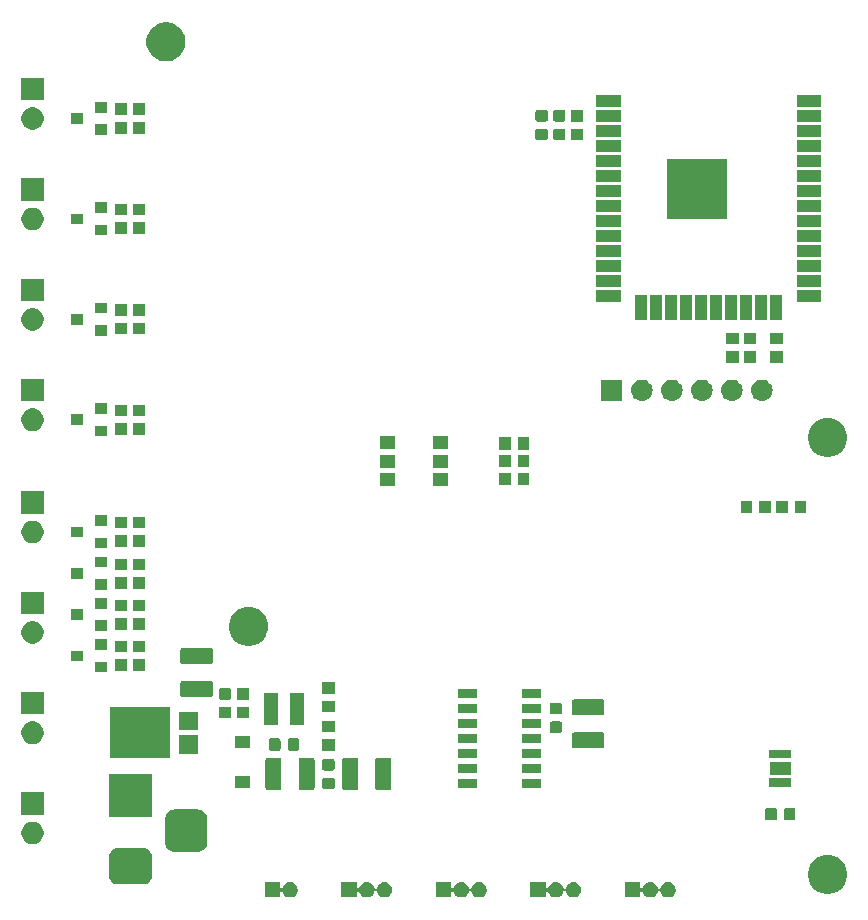
<source format=gbr>
G04 #@! TF.GenerationSoftware,KiCad,Pcbnew,5.0.2-bee76a0~70~ubuntu18.04.1*
G04 #@! TF.CreationDate,2019-07-19T10:20:09+02:00*
G04 #@! TF.ProjectId,Plant_monitoring_device,506c616e-745f-46d6-9f6e-69746f72696e,rev?*
G04 #@! TF.SameCoordinates,Original*
G04 #@! TF.FileFunction,Soldermask,Top*
G04 #@! TF.FilePolarity,Negative*
%FSLAX46Y46*%
G04 Gerber Fmt 4.6, Leading zero omitted, Abs format (unit mm)*
G04 Created by KiCad (PCBNEW 5.0.2-bee76a0~70~ubuntu18.04.1) date Fri 19 Jul 2019 10:20:09 CEST*
%MOMM*%
%LPD*%
G01*
G04 APERTURE LIST*
%ADD10C,0.100000*%
G04 APERTURE END LIST*
D10*
G36*
X239151000Y-146020104D02*
X239153402Y-146044490D01*
X239160515Y-146067939D01*
X239172066Y-146089550D01*
X239187612Y-146108492D01*
X239206554Y-146124038D01*
X239228165Y-146135589D01*
X239251614Y-146142702D01*
X239276000Y-146145104D01*
X239300386Y-146142702D01*
X239323835Y-146135589D01*
X239345446Y-146124038D01*
X239364388Y-146108492D01*
X239379934Y-146089550D01*
X239391485Y-146067939D01*
X239423089Y-145991639D01*
X239494338Y-145885008D01*
X239585008Y-145794338D01*
X239691639Y-145723089D01*
X239810110Y-145674017D01*
X239935881Y-145649000D01*
X240064119Y-145649000D01*
X240189890Y-145674017D01*
X240308361Y-145723089D01*
X240414992Y-145794338D01*
X240505662Y-145885008D01*
X240576911Y-145991639D01*
X240625983Y-146110110D01*
X240627402Y-146117245D01*
X240634515Y-146140694D01*
X240646066Y-146162305D01*
X240661611Y-146181247D01*
X240680553Y-146196792D01*
X240702164Y-146208344D01*
X240725613Y-146215457D01*
X240749999Y-146217859D01*
X240774386Y-146215457D01*
X240797835Y-146208344D01*
X240819446Y-146196793D01*
X240838388Y-146181248D01*
X240853933Y-146162306D01*
X240865485Y-146140695D01*
X240872598Y-146117245D01*
X240874017Y-146110110D01*
X240923089Y-145991639D01*
X240994338Y-145885008D01*
X241085008Y-145794338D01*
X241191639Y-145723089D01*
X241310110Y-145674017D01*
X241435881Y-145649000D01*
X241564119Y-145649000D01*
X241689890Y-145674017D01*
X241808361Y-145723089D01*
X241914992Y-145794338D01*
X242005662Y-145885008D01*
X242076911Y-145991639D01*
X242125983Y-146110110D01*
X242151000Y-146235881D01*
X242151000Y-146364119D01*
X242125983Y-146489890D01*
X242076911Y-146608361D01*
X242005662Y-146714992D01*
X241914992Y-146805662D01*
X241808361Y-146876911D01*
X241689890Y-146925983D01*
X241564119Y-146951000D01*
X241435881Y-146951000D01*
X241310110Y-146925983D01*
X241191639Y-146876911D01*
X241085008Y-146805662D01*
X240994338Y-146714992D01*
X240923089Y-146608361D01*
X240874017Y-146489890D01*
X240872598Y-146482755D01*
X240865485Y-146459306D01*
X240853934Y-146437695D01*
X240838389Y-146418753D01*
X240819447Y-146403208D01*
X240797836Y-146391656D01*
X240774387Y-146384543D01*
X240750001Y-146382141D01*
X240725614Y-146384543D01*
X240702165Y-146391656D01*
X240680554Y-146403207D01*
X240661612Y-146418752D01*
X240646067Y-146437694D01*
X240634515Y-146459305D01*
X240627402Y-146482755D01*
X240625983Y-146489890D01*
X240576911Y-146608361D01*
X240505662Y-146714992D01*
X240414992Y-146805662D01*
X240308361Y-146876911D01*
X240189890Y-146925983D01*
X240064119Y-146951000D01*
X239935881Y-146951000D01*
X239810110Y-146925983D01*
X239691639Y-146876911D01*
X239585008Y-146805662D01*
X239494338Y-146714992D01*
X239423089Y-146608361D01*
X239391485Y-146532061D01*
X239379934Y-146510450D01*
X239364389Y-146491508D01*
X239345447Y-146475963D01*
X239323836Y-146464411D01*
X239300387Y-146457298D01*
X239276001Y-146454896D01*
X239251614Y-146457298D01*
X239228165Y-146464411D01*
X239206554Y-146475962D01*
X239187612Y-146491507D01*
X239172067Y-146510449D01*
X239160515Y-146532060D01*
X239153402Y-146555509D01*
X239151000Y-146579896D01*
X239151000Y-146951000D01*
X237849000Y-146951000D01*
X237849000Y-145649000D01*
X239151000Y-145649000D01*
X239151000Y-146020104D01*
X239151000Y-146020104D01*
G37*
G36*
X231151000Y-146020104D02*
X231153402Y-146044490D01*
X231160515Y-146067939D01*
X231172066Y-146089550D01*
X231187612Y-146108492D01*
X231206554Y-146124038D01*
X231228165Y-146135589D01*
X231251614Y-146142702D01*
X231276000Y-146145104D01*
X231300386Y-146142702D01*
X231323835Y-146135589D01*
X231345446Y-146124038D01*
X231364388Y-146108492D01*
X231379934Y-146089550D01*
X231391485Y-146067939D01*
X231423089Y-145991639D01*
X231494338Y-145885008D01*
X231585008Y-145794338D01*
X231691639Y-145723089D01*
X231810110Y-145674017D01*
X231935881Y-145649000D01*
X232064119Y-145649000D01*
X232189890Y-145674017D01*
X232308361Y-145723089D01*
X232414992Y-145794338D01*
X232505662Y-145885008D01*
X232576911Y-145991639D01*
X232625983Y-146110110D01*
X232627402Y-146117245D01*
X232634515Y-146140694D01*
X232646066Y-146162305D01*
X232661611Y-146181247D01*
X232680553Y-146196792D01*
X232702164Y-146208344D01*
X232725613Y-146215457D01*
X232749999Y-146217859D01*
X232774386Y-146215457D01*
X232797835Y-146208344D01*
X232819446Y-146196793D01*
X232838388Y-146181248D01*
X232853933Y-146162306D01*
X232865485Y-146140695D01*
X232872598Y-146117245D01*
X232874017Y-146110110D01*
X232923089Y-145991639D01*
X232994338Y-145885008D01*
X233085008Y-145794338D01*
X233191639Y-145723089D01*
X233310110Y-145674017D01*
X233435881Y-145649000D01*
X233564119Y-145649000D01*
X233689890Y-145674017D01*
X233808361Y-145723089D01*
X233914992Y-145794338D01*
X234005662Y-145885008D01*
X234076911Y-145991639D01*
X234125983Y-146110110D01*
X234151000Y-146235881D01*
X234151000Y-146364119D01*
X234125983Y-146489890D01*
X234076911Y-146608361D01*
X234005662Y-146714992D01*
X233914992Y-146805662D01*
X233808361Y-146876911D01*
X233689890Y-146925983D01*
X233564119Y-146951000D01*
X233435881Y-146951000D01*
X233310110Y-146925983D01*
X233191639Y-146876911D01*
X233085008Y-146805662D01*
X232994338Y-146714992D01*
X232923089Y-146608361D01*
X232874017Y-146489890D01*
X232872598Y-146482755D01*
X232865485Y-146459306D01*
X232853934Y-146437695D01*
X232838389Y-146418753D01*
X232819447Y-146403208D01*
X232797836Y-146391656D01*
X232774387Y-146384543D01*
X232750001Y-146382141D01*
X232725614Y-146384543D01*
X232702165Y-146391656D01*
X232680554Y-146403207D01*
X232661612Y-146418752D01*
X232646067Y-146437694D01*
X232634515Y-146459305D01*
X232627402Y-146482755D01*
X232625983Y-146489890D01*
X232576911Y-146608361D01*
X232505662Y-146714992D01*
X232414992Y-146805662D01*
X232308361Y-146876911D01*
X232189890Y-146925983D01*
X232064119Y-146951000D01*
X231935881Y-146951000D01*
X231810110Y-146925983D01*
X231691639Y-146876911D01*
X231585008Y-146805662D01*
X231494338Y-146714992D01*
X231423089Y-146608361D01*
X231391485Y-146532061D01*
X231379934Y-146510450D01*
X231364389Y-146491508D01*
X231345447Y-146475963D01*
X231323836Y-146464411D01*
X231300387Y-146457298D01*
X231276001Y-146454896D01*
X231251614Y-146457298D01*
X231228165Y-146464411D01*
X231206554Y-146475962D01*
X231187612Y-146491507D01*
X231172067Y-146510449D01*
X231160515Y-146532060D01*
X231153402Y-146555509D01*
X231151000Y-146579896D01*
X231151000Y-146951000D01*
X229849000Y-146951000D01*
X229849000Y-145649000D01*
X231151000Y-145649000D01*
X231151000Y-146020104D01*
X231151000Y-146020104D01*
G37*
G36*
X223151000Y-146020104D02*
X223153402Y-146044490D01*
X223160515Y-146067939D01*
X223172066Y-146089550D01*
X223187612Y-146108492D01*
X223206554Y-146124038D01*
X223228165Y-146135589D01*
X223251614Y-146142702D01*
X223276000Y-146145104D01*
X223300386Y-146142702D01*
X223323835Y-146135589D01*
X223345446Y-146124038D01*
X223364388Y-146108492D01*
X223379934Y-146089550D01*
X223391485Y-146067939D01*
X223423089Y-145991639D01*
X223494338Y-145885008D01*
X223585008Y-145794338D01*
X223691639Y-145723089D01*
X223810110Y-145674017D01*
X223935881Y-145649000D01*
X224064119Y-145649000D01*
X224189890Y-145674017D01*
X224308361Y-145723089D01*
X224414992Y-145794338D01*
X224505662Y-145885008D01*
X224576911Y-145991639D01*
X224625983Y-146110110D01*
X224627402Y-146117245D01*
X224634515Y-146140694D01*
X224646066Y-146162305D01*
X224661611Y-146181247D01*
X224680553Y-146196792D01*
X224702164Y-146208344D01*
X224725613Y-146215457D01*
X224749999Y-146217859D01*
X224774386Y-146215457D01*
X224797835Y-146208344D01*
X224819446Y-146196793D01*
X224838388Y-146181248D01*
X224853933Y-146162306D01*
X224865485Y-146140695D01*
X224872598Y-146117245D01*
X224874017Y-146110110D01*
X224923089Y-145991639D01*
X224994338Y-145885008D01*
X225085008Y-145794338D01*
X225191639Y-145723089D01*
X225310110Y-145674017D01*
X225435881Y-145649000D01*
X225564119Y-145649000D01*
X225689890Y-145674017D01*
X225808361Y-145723089D01*
X225914992Y-145794338D01*
X226005662Y-145885008D01*
X226076911Y-145991639D01*
X226125983Y-146110110D01*
X226151000Y-146235881D01*
X226151000Y-146364119D01*
X226125983Y-146489890D01*
X226076911Y-146608361D01*
X226005662Y-146714992D01*
X225914992Y-146805662D01*
X225808361Y-146876911D01*
X225689890Y-146925983D01*
X225564119Y-146951000D01*
X225435881Y-146951000D01*
X225310110Y-146925983D01*
X225191639Y-146876911D01*
X225085008Y-146805662D01*
X224994338Y-146714992D01*
X224923089Y-146608361D01*
X224874017Y-146489890D01*
X224872598Y-146482755D01*
X224865485Y-146459306D01*
X224853934Y-146437695D01*
X224838389Y-146418753D01*
X224819447Y-146403208D01*
X224797836Y-146391656D01*
X224774387Y-146384543D01*
X224750001Y-146382141D01*
X224725614Y-146384543D01*
X224702165Y-146391656D01*
X224680554Y-146403207D01*
X224661612Y-146418752D01*
X224646067Y-146437694D01*
X224634515Y-146459305D01*
X224627402Y-146482755D01*
X224625983Y-146489890D01*
X224576911Y-146608361D01*
X224505662Y-146714992D01*
X224414992Y-146805662D01*
X224308361Y-146876911D01*
X224189890Y-146925983D01*
X224064119Y-146951000D01*
X223935881Y-146951000D01*
X223810110Y-146925983D01*
X223691639Y-146876911D01*
X223585008Y-146805662D01*
X223494338Y-146714992D01*
X223423089Y-146608361D01*
X223391485Y-146532061D01*
X223379934Y-146510450D01*
X223364389Y-146491508D01*
X223345447Y-146475963D01*
X223323836Y-146464411D01*
X223300387Y-146457298D01*
X223276001Y-146454896D01*
X223251614Y-146457298D01*
X223228165Y-146464411D01*
X223206554Y-146475962D01*
X223187612Y-146491507D01*
X223172067Y-146510449D01*
X223160515Y-146532060D01*
X223153402Y-146555509D01*
X223151000Y-146579896D01*
X223151000Y-146951000D01*
X221849000Y-146951000D01*
X221849000Y-145649000D01*
X223151000Y-145649000D01*
X223151000Y-146020104D01*
X223151000Y-146020104D01*
G37*
G36*
X215151000Y-146020104D02*
X215153402Y-146044490D01*
X215160515Y-146067939D01*
X215172066Y-146089550D01*
X215187612Y-146108492D01*
X215206554Y-146124038D01*
X215228165Y-146135589D01*
X215251614Y-146142702D01*
X215276000Y-146145104D01*
X215300386Y-146142702D01*
X215323835Y-146135589D01*
X215345446Y-146124038D01*
X215364388Y-146108492D01*
X215379934Y-146089550D01*
X215391485Y-146067939D01*
X215423089Y-145991639D01*
X215494338Y-145885008D01*
X215585008Y-145794338D01*
X215691639Y-145723089D01*
X215810110Y-145674017D01*
X215935881Y-145649000D01*
X216064119Y-145649000D01*
X216189890Y-145674017D01*
X216308361Y-145723089D01*
X216414992Y-145794338D01*
X216505662Y-145885008D01*
X216576911Y-145991639D01*
X216625983Y-146110110D01*
X216627402Y-146117245D01*
X216634515Y-146140694D01*
X216646066Y-146162305D01*
X216661611Y-146181247D01*
X216680553Y-146196792D01*
X216702164Y-146208344D01*
X216725613Y-146215457D01*
X216749999Y-146217859D01*
X216774386Y-146215457D01*
X216797835Y-146208344D01*
X216819446Y-146196793D01*
X216838388Y-146181248D01*
X216853933Y-146162306D01*
X216865485Y-146140695D01*
X216872598Y-146117245D01*
X216874017Y-146110110D01*
X216923089Y-145991639D01*
X216994338Y-145885008D01*
X217085008Y-145794338D01*
X217191639Y-145723089D01*
X217310110Y-145674017D01*
X217435881Y-145649000D01*
X217564119Y-145649000D01*
X217689890Y-145674017D01*
X217808361Y-145723089D01*
X217914992Y-145794338D01*
X218005662Y-145885008D01*
X218076911Y-145991639D01*
X218125983Y-146110110D01*
X218151000Y-146235881D01*
X218151000Y-146364119D01*
X218125983Y-146489890D01*
X218076911Y-146608361D01*
X218005662Y-146714992D01*
X217914992Y-146805662D01*
X217808361Y-146876911D01*
X217689890Y-146925983D01*
X217564119Y-146951000D01*
X217435881Y-146951000D01*
X217310110Y-146925983D01*
X217191639Y-146876911D01*
X217085008Y-146805662D01*
X216994338Y-146714992D01*
X216923089Y-146608361D01*
X216874017Y-146489890D01*
X216872598Y-146482755D01*
X216865485Y-146459306D01*
X216853934Y-146437695D01*
X216838389Y-146418753D01*
X216819447Y-146403208D01*
X216797836Y-146391656D01*
X216774387Y-146384543D01*
X216750001Y-146382141D01*
X216725614Y-146384543D01*
X216702165Y-146391656D01*
X216680554Y-146403207D01*
X216661612Y-146418752D01*
X216646067Y-146437694D01*
X216634515Y-146459305D01*
X216627402Y-146482755D01*
X216625983Y-146489890D01*
X216576911Y-146608361D01*
X216505662Y-146714992D01*
X216414992Y-146805662D01*
X216308361Y-146876911D01*
X216189890Y-146925983D01*
X216064119Y-146951000D01*
X215935881Y-146951000D01*
X215810110Y-146925983D01*
X215691639Y-146876911D01*
X215585008Y-146805662D01*
X215494338Y-146714992D01*
X215423089Y-146608361D01*
X215391485Y-146532061D01*
X215379934Y-146510450D01*
X215364389Y-146491508D01*
X215345447Y-146475963D01*
X215323836Y-146464411D01*
X215300387Y-146457298D01*
X215276001Y-146454896D01*
X215251614Y-146457298D01*
X215228165Y-146464411D01*
X215206554Y-146475962D01*
X215187612Y-146491507D01*
X215172067Y-146510449D01*
X215160515Y-146532060D01*
X215153402Y-146555509D01*
X215151000Y-146579896D01*
X215151000Y-146951000D01*
X213849000Y-146951000D01*
X213849000Y-145649000D01*
X215151000Y-145649000D01*
X215151000Y-146020104D01*
X215151000Y-146020104D01*
G37*
G36*
X208651000Y-146020104D02*
X208653402Y-146044490D01*
X208660515Y-146067939D01*
X208672066Y-146089550D01*
X208687612Y-146108492D01*
X208706554Y-146124038D01*
X208728165Y-146135589D01*
X208751614Y-146142702D01*
X208776000Y-146145104D01*
X208800386Y-146142702D01*
X208823835Y-146135589D01*
X208845446Y-146124038D01*
X208864388Y-146108492D01*
X208879934Y-146089550D01*
X208891485Y-146067939D01*
X208923089Y-145991639D01*
X208994338Y-145885008D01*
X209085008Y-145794338D01*
X209191639Y-145723089D01*
X209310110Y-145674017D01*
X209435881Y-145649000D01*
X209564119Y-145649000D01*
X209689890Y-145674017D01*
X209808361Y-145723089D01*
X209914992Y-145794338D01*
X210005662Y-145885008D01*
X210076911Y-145991639D01*
X210125983Y-146110110D01*
X210151000Y-146235881D01*
X210151000Y-146364119D01*
X210125983Y-146489890D01*
X210076911Y-146608361D01*
X210005662Y-146714992D01*
X209914992Y-146805662D01*
X209808361Y-146876911D01*
X209689890Y-146925983D01*
X209564119Y-146951000D01*
X209435881Y-146951000D01*
X209310110Y-146925983D01*
X209191639Y-146876911D01*
X209085008Y-146805662D01*
X208994338Y-146714992D01*
X208923089Y-146608361D01*
X208891485Y-146532061D01*
X208879934Y-146510450D01*
X208864389Y-146491508D01*
X208845447Y-146475963D01*
X208823836Y-146464411D01*
X208800387Y-146457298D01*
X208776001Y-146454896D01*
X208751614Y-146457298D01*
X208728165Y-146464411D01*
X208706554Y-146475962D01*
X208687612Y-146491507D01*
X208672067Y-146510449D01*
X208660515Y-146532060D01*
X208653402Y-146555509D01*
X208651000Y-146579896D01*
X208651000Y-146951000D01*
X207349000Y-146951000D01*
X207349000Y-145649000D01*
X208651000Y-145649000D01*
X208651000Y-146020104D01*
X208651000Y-146020104D01*
G37*
G36*
X255375256Y-143391298D02*
X255481579Y-143412447D01*
X255782042Y-143536903D01*
X256048852Y-143715180D01*
X256052454Y-143717587D01*
X256282413Y-143947546D01*
X256282415Y-143947549D01*
X256463097Y-144217958D01*
X256587553Y-144518421D01*
X256651000Y-144837391D01*
X256651000Y-145162609D01*
X256587553Y-145481579D01*
X256463097Y-145782042D01*
X256394297Y-145885008D01*
X256282413Y-146052454D01*
X256052454Y-146282413D01*
X256052451Y-146282415D01*
X255782042Y-146463097D01*
X255782041Y-146463098D01*
X255782040Y-146463098D01*
X255717358Y-146489890D01*
X255481579Y-146587553D01*
X255376970Y-146608361D01*
X255162611Y-146651000D01*
X254837389Y-146651000D01*
X254623030Y-146608361D01*
X254518421Y-146587553D01*
X254282642Y-146489890D01*
X254217960Y-146463098D01*
X254217959Y-146463098D01*
X254217958Y-146463097D01*
X253947549Y-146282415D01*
X253947546Y-146282413D01*
X253717587Y-146052454D01*
X253605703Y-145885008D01*
X253536903Y-145782042D01*
X253412447Y-145481579D01*
X253349000Y-145162609D01*
X253349000Y-144837391D01*
X253412447Y-144518421D01*
X253536903Y-144217958D01*
X253717585Y-143947549D01*
X253717587Y-143947546D01*
X253947546Y-143717587D01*
X253951148Y-143715180D01*
X254217958Y-143536903D01*
X254518421Y-143412447D01*
X254624744Y-143391298D01*
X254837389Y-143349000D01*
X255162611Y-143349000D01*
X255375256Y-143391298D01*
X255375256Y-143391298D01*
G37*
G36*
X197226978Y-142763293D02*
X197360627Y-142803835D01*
X197483782Y-142869662D01*
X197591739Y-142958261D01*
X197680338Y-143066218D01*
X197746165Y-143189373D01*
X197786707Y-143323022D01*
X197801000Y-143468140D01*
X197801000Y-145131860D01*
X197786707Y-145276978D01*
X197746165Y-145410627D01*
X197680338Y-145533782D01*
X197591739Y-145641739D01*
X197483782Y-145730338D01*
X197360627Y-145796165D01*
X197226978Y-145836707D01*
X197081860Y-145851000D01*
X194918140Y-145851000D01*
X194773022Y-145836707D01*
X194639373Y-145796165D01*
X194516218Y-145730338D01*
X194408261Y-145641739D01*
X194319662Y-145533782D01*
X194253835Y-145410627D01*
X194213293Y-145276978D01*
X194199000Y-145131860D01*
X194199000Y-143468140D01*
X194213293Y-143323022D01*
X194253835Y-143189373D01*
X194319662Y-143066218D01*
X194408261Y-142958261D01*
X194516218Y-142869662D01*
X194639373Y-142803835D01*
X194773022Y-142763293D01*
X194918140Y-142749000D01*
X197081860Y-142749000D01*
X197226978Y-142763293D01*
X197226978Y-142763293D01*
G37*
G36*
X201826366Y-139515695D02*
X201983458Y-139563348D01*
X202128230Y-139640731D01*
X202255128Y-139744872D01*
X202359269Y-139871770D01*
X202436652Y-140016542D01*
X202484305Y-140173634D01*
X202501000Y-140343140D01*
X202501000Y-142256860D01*
X202484305Y-142426366D01*
X202436652Y-142583458D01*
X202359269Y-142728230D01*
X202255128Y-142855128D01*
X202128230Y-142959269D01*
X201983458Y-143036652D01*
X201826366Y-143084305D01*
X201656860Y-143101000D01*
X199743140Y-143101000D01*
X199573634Y-143084305D01*
X199416542Y-143036652D01*
X199271770Y-142959269D01*
X199144872Y-142855128D01*
X199040731Y-142728230D01*
X198963348Y-142583458D01*
X198915695Y-142426366D01*
X198899000Y-142256860D01*
X198899000Y-140343140D01*
X198915695Y-140173634D01*
X198963348Y-140016542D01*
X199040731Y-139871770D01*
X199144872Y-139744872D01*
X199271770Y-139640731D01*
X199416542Y-139563348D01*
X199573634Y-139515695D01*
X199743140Y-139499000D01*
X201656860Y-139499000D01*
X201826366Y-139515695D01*
X201826366Y-139515695D01*
G37*
G36*
X187977396Y-140585546D02*
X188150466Y-140657234D01*
X188306230Y-140761312D01*
X188438688Y-140893770D01*
X188542766Y-141049534D01*
X188614454Y-141222604D01*
X188651000Y-141406333D01*
X188651000Y-141593667D01*
X188614454Y-141777396D01*
X188542766Y-141950466D01*
X188438688Y-142106230D01*
X188306230Y-142238688D01*
X188150466Y-142342766D01*
X187977396Y-142414454D01*
X187793667Y-142451000D01*
X187606333Y-142451000D01*
X187422604Y-142414454D01*
X187249534Y-142342766D01*
X187093770Y-142238688D01*
X186961312Y-142106230D01*
X186857234Y-141950466D01*
X186785546Y-141777396D01*
X186749000Y-141593667D01*
X186749000Y-141406333D01*
X186785546Y-141222604D01*
X186857234Y-141049534D01*
X186961312Y-140893770D01*
X187093770Y-140761312D01*
X187249534Y-140657234D01*
X187422604Y-140585546D01*
X187606333Y-140549000D01*
X187793667Y-140549000D01*
X187977396Y-140585546D01*
X187977396Y-140585546D01*
G37*
G36*
X250576415Y-139380940D02*
X250610393Y-139391248D01*
X250641711Y-139407988D01*
X250669163Y-139430516D01*
X250691691Y-139457968D01*
X250708431Y-139489286D01*
X250718739Y-139523264D01*
X250722824Y-139564745D01*
X250722824Y-140240965D01*
X250718739Y-140282446D01*
X250708431Y-140316424D01*
X250691691Y-140347742D01*
X250669163Y-140375194D01*
X250641711Y-140397722D01*
X250610393Y-140414462D01*
X250576415Y-140424770D01*
X250534934Y-140428855D01*
X249933714Y-140428855D01*
X249892233Y-140424770D01*
X249858255Y-140414462D01*
X249826937Y-140397722D01*
X249799485Y-140375194D01*
X249776957Y-140347742D01*
X249760217Y-140316424D01*
X249749909Y-140282446D01*
X249745824Y-140240965D01*
X249745824Y-139564745D01*
X249749909Y-139523264D01*
X249760217Y-139489286D01*
X249776957Y-139457968D01*
X249799485Y-139430516D01*
X249826937Y-139407988D01*
X249858255Y-139391248D01*
X249892233Y-139380940D01*
X249933714Y-139376855D01*
X250534934Y-139376855D01*
X250576415Y-139380940D01*
X250576415Y-139380940D01*
G37*
G36*
X252151415Y-139380940D02*
X252185393Y-139391248D01*
X252216711Y-139407988D01*
X252244163Y-139430516D01*
X252266691Y-139457968D01*
X252283431Y-139489286D01*
X252293739Y-139523264D01*
X252297824Y-139564745D01*
X252297824Y-140240965D01*
X252293739Y-140282446D01*
X252283431Y-140316424D01*
X252266691Y-140347742D01*
X252244163Y-140375194D01*
X252216711Y-140397722D01*
X252185393Y-140414462D01*
X252151415Y-140424770D01*
X252109934Y-140428855D01*
X251508714Y-140428855D01*
X251467233Y-140424770D01*
X251433255Y-140414462D01*
X251401937Y-140397722D01*
X251374485Y-140375194D01*
X251351957Y-140347742D01*
X251335217Y-140316424D01*
X251324909Y-140282446D01*
X251320824Y-140240965D01*
X251320824Y-139564745D01*
X251324909Y-139523264D01*
X251335217Y-139489286D01*
X251351957Y-139457968D01*
X251374485Y-139430516D01*
X251401937Y-139407988D01*
X251433255Y-139391248D01*
X251467233Y-139380940D01*
X251508714Y-139376855D01*
X252109934Y-139376855D01*
X252151415Y-139380940D01*
X252151415Y-139380940D01*
G37*
G36*
X197801000Y-140101000D02*
X194199000Y-140101000D01*
X194199000Y-136499000D01*
X197801000Y-136499000D01*
X197801000Y-140101000D01*
X197801000Y-140101000D01*
G37*
G36*
X188651000Y-139951000D02*
X186749000Y-139951000D01*
X186749000Y-138049000D01*
X188651000Y-138049000D01*
X188651000Y-139951000D01*
X188651000Y-139951000D01*
G37*
G36*
X217918604Y-135128347D02*
X217955145Y-135139432D01*
X217988820Y-135157431D01*
X218018341Y-135181659D01*
X218042569Y-135211180D01*
X218060568Y-135244855D01*
X218071653Y-135281396D01*
X218076000Y-135325538D01*
X218076000Y-137674462D01*
X218071653Y-137718604D01*
X218060568Y-137755145D01*
X218042569Y-137788820D01*
X218018341Y-137818341D01*
X217988820Y-137842569D01*
X217955145Y-137860568D01*
X217918604Y-137871653D01*
X217874462Y-137876000D01*
X216925538Y-137876000D01*
X216881396Y-137871653D01*
X216844855Y-137860568D01*
X216811180Y-137842569D01*
X216781659Y-137818341D01*
X216757431Y-137788820D01*
X216739432Y-137755145D01*
X216728347Y-137718604D01*
X216724000Y-137674462D01*
X216724000Y-135325538D01*
X216728347Y-135281396D01*
X216739432Y-135244855D01*
X216757431Y-135211180D01*
X216781659Y-135181659D01*
X216811180Y-135157431D01*
X216844855Y-135139432D01*
X216881396Y-135128347D01*
X216925538Y-135124000D01*
X217874462Y-135124000D01*
X217918604Y-135128347D01*
X217918604Y-135128347D01*
G37*
G36*
X211418604Y-135128347D02*
X211455145Y-135139432D01*
X211488820Y-135157431D01*
X211518341Y-135181659D01*
X211542569Y-135211180D01*
X211560568Y-135244855D01*
X211571653Y-135281396D01*
X211576000Y-135325538D01*
X211576000Y-137674462D01*
X211571653Y-137718604D01*
X211560568Y-137755145D01*
X211542569Y-137788820D01*
X211518341Y-137818341D01*
X211488820Y-137842569D01*
X211455145Y-137860568D01*
X211418604Y-137871653D01*
X211374462Y-137876000D01*
X210425538Y-137876000D01*
X210381396Y-137871653D01*
X210344855Y-137860568D01*
X210311180Y-137842569D01*
X210281659Y-137818341D01*
X210257431Y-137788820D01*
X210239432Y-137755145D01*
X210228347Y-137718604D01*
X210224000Y-137674462D01*
X210224000Y-135325538D01*
X210228347Y-135281396D01*
X210239432Y-135244855D01*
X210257431Y-135211180D01*
X210281659Y-135181659D01*
X210311180Y-135157431D01*
X210344855Y-135139432D01*
X210381396Y-135128347D01*
X210425538Y-135124000D01*
X211374462Y-135124000D01*
X211418604Y-135128347D01*
X211418604Y-135128347D01*
G37*
G36*
X208618604Y-135128347D02*
X208655145Y-135139432D01*
X208688820Y-135157431D01*
X208718341Y-135181659D01*
X208742569Y-135211180D01*
X208760568Y-135244855D01*
X208771653Y-135281396D01*
X208776000Y-135325538D01*
X208776000Y-137674462D01*
X208771653Y-137718604D01*
X208760568Y-137755145D01*
X208742569Y-137788820D01*
X208718341Y-137818341D01*
X208688820Y-137842569D01*
X208655145Y-137860568D01*
X208618604Y-137871653D01*
X208574462Y-137876000D01*
X207625538Y-137876000D01*
X207581396Y-137871653D01*
X207544855Y-137860568D01*
X207511180Y-137842569D01*
X207481659Y-137818341D01*
X207457431Y-137788820D01*
X207439432Y-137755145D01*
X207428347Y-137718604D01*
X207424000Y-137674462D01*
X207424000Y-135325538D01*
X207428347Y-135281396D01*
X207439432Y-135244855D01*
X207457431Y-135211180D01*
X207481659Y-135181659D01*
X207511180Y-135157431D01*
X207544855Y-135139432D01*
X207581396Y-135128347D01*
X207625538Y-135124000D01*
X208574462Y-135124000D01*
X208618604Y-135128347D01*
X208618604Y-135128347D01*
G37*
G36*
X215118604Y-135128347D02*
X215155145Y-135139432D01*
X215188820Y-135157431D01*
X215218341Y-135181659D01*
X215242569Y-135211180D01*
X215260568Y-135244855D01*
X215271653Y-135281396D01*
X215276000Y-135325538D01*
X215276000Y-137674462D01*
X215271653Y-137718604D01*
X215260568Y-137755145D01*
X215242569Y-137788820D01*
X215218341Y-137818341D01*
X215188820Y-137842569D01*
X215155145Y-137860568D01*
X215118604Y-137871653D01*
X215074462Y-137876000D01*
X214125538Y-137876000D01*
X214081396Y-137871653D01*
X214044855Y-137860568D01*
X214011180Y-137842569D01*
X213981659Y-137818341D01*
X213957431Y-137788820D01*
X213939432Y-137755145D01*
X213928347Y-137718604D01*
X213924000Y-137674462D01*
X213924000Y-135325538D01*
X213928347Y-135281396D01*
X213939432Y-135244855D01*
X213957431Y-135211180D01*
X213981659Y-135181659D01*
X214011180Y-135157431D01*
X214044855Y-135139432D01*
X214081396Y-135128347D01*
X214125538Y-135124000D01*
X215074462Y-135124000D01*
X215118604Y-135128347D01*
X215118604Y-135128347D01*
G37*
G36*
X213129591Y-136803085D02*
X213163569Y-136813393D01*
X213194887Y-136830133D01*
X213222339Y-136852661D01*
X213244867Y-136880113D01*
X213261607Y-136911431D01*
X213271915Y-136945409D01*
X213276000Y-136986890D01*
X213276000Y-137588110D01*
X213271915Y-137629591D01*
X213261607Y-137663569D01*
X213244867Y-137694887D01*
X213222339Y-137722339D01*
X213194887Y-137744867D01*
X213163569Y-137761607D01*
X213129591Y-137771915D01*
X213088110Y-137776000D01*
X212411890Y-137776000D01*
X212370409Y-137771915D01*
X212336431Y-137761607D01*
X212305113Y-137744867D01*
X212277661Y-137722339D01*
X212255133Y-137694887D01*
X212238393Y-137663569D01*
X212228085Y-137629591D01*
X212224000Y-137588110D01*
X212224000Y-136986890D01*
X212228085Y-136945409D01*
X212238393Y-136911431D01*
X212255133Y-136880113D01*
X212277661Y-136852661D01*
X212305113Y-136830133D01*
X212336431Y-136813393D01*
X212370409Y-136803085D01*
X212411890Y-136799000D01*
X213088110Y-136799000D01*
X213129591Y-136803085D01*
X213129591Y-136803085D01*
G37*
G36*
X206151000Y-137701000D02*
X204849000Y-137701000D01*
X204849000Y-136699000D01*
X206151000Y-136699000D01*
X206151000Y-137701000D01*
X206151000Y-137701000D01*
G37*
G36*
X225351000Y-137661000D02*
X223749000Y-137661000D01*
X223749000Y-136959000D01*
X225351000Y-136959000D01*
X225351000Y-137661000D01*
X225351000Y-137661000D01*
G37*
G36*
X230751000Y-137661000D02*
X229149000Y-137661000D01*
X229149000Y-136959000D01*
X230751000Y-136959000D01*
X230751000Y-137661000D01*
X230751000Y-137661000D01*
G37*
G36*
X251947824Y-137553855D02*
X250095824Y-137553855D01*
X250095824Y-136851855D01*
X251947824Y-136851855D01*
X251947824Y-137553855D01*
X251947824Y-137553855D01*
G37*
G36*
X251922824Y-136553855D02*
X250120824Y-136553855D01*
X250120824Y-135451855D01*
X251922824Y-135451855D01*
X251922824Y-136553855D01*
X251922824Y-136553855D01*
G37*
G36*
X230751000Y-136391000D02*
X229149000Y-136391000D01*
X229149000Y-135689000D01*
X230751000Y-135689000D01*
X230751000Y-136391000D01*
X230751000Y-136391000D01*
G37*
G36*
X225351000Y-136391000D02*
X223749000Y-136391000D01*
X223749000Y-135689000D01*
X225351000Y-135689000D01*
X225351000Y-136391000D01*
X225351000Y-136391000D01*
G37*
G36*
X213129591Y-135228085D02*
X213163569Y-135238393D01*
X213194887Y-135255133D01*
X213222339Y-135277661D01*
X213244867Y-135305113D01*
X213261607Y-135336431D01*
X213271915Y-135370409D01*
X213276000Y-135411890D01*
X213276000Y-136013110D01*
X213271915Y-136054591D01*
X213261607Y-136088569D01*
X213244867Y-136119887D01*
X213222339Y-136147339D01*
X213194887Y-136169867D01*
X213163569Y-136186607D01*
X213129591Y-136196915D01*
X213088110Y-136201000D01*
X212411890Y-136201000D01*
X212370409Y-136196915D01*
X212336431Y-136186607D01*
X212305113Y-136169867D01*
X212277661Y-136147339D01*
X212255133Y-136119887D01*
X212238393Y-136088569D01*
X212228085Y-136054591D01*
X212224000Y-136013110D01*
X212224000Y-135411890D01*
X212228085Y-135370409D01*
X212238393Y-135336431D01*
X212255133Y-135305113D01*
X212277661Y-135277661D01*
X212305113Y-135255133D01*
X212336431Y-135238393D01*
X212370409Y-135228085D01*
X212411890Y-135224000D01*
X213088110Y-135224000D01*
X213129591Y-135228085D01*
X213129591Y-135228085D01*
G37*
G36*
X251947824Y-135153855D02*
X250095824Y-135153855D01*
X250095824Y-134451855D01*
X251947824Y-134451855D01*
X251947824Y-135153855D01*
X251947824Y-135153855D01*
G37*
G36*
X199351000Y-135151000D02*
X194249000Y-135151000D01*
X194249000Y-130849000D01*
X199351000Y-130849000D01*
X199351000Y-135151000D01*
X199351000Y-135151000D01*
G37*
G36*
X225351000Y-135121000D02*
X223749000Y-135121000D01*
X223749000Y-134419000D01*
X225351000Y-134419000D01*
X225351000Y-135121000D01*
X225351000Y-135121000D01*
G37*
G36*
X230751000Y-135121000D02*
X229149000Y-135121000D01*
X229149000Y-134419000D01*
X230751000Y-134419000D01*
X230751000Y-135121000D01*
X230751000Y-135121000D01*
G37*
G36*
X201676000Y-134776000D02*
X200124000Y-134776000D01*
X200124000Y-133224000D01*
X201676000Y-133224000D01*
X201676000Y-134776000D01*
X201676000Y-134776000D01*
G37*
G36*
X210129591Y-133478085D02*
X210163569Y-133488393D01*
X210194887Y-133505133D01*
X210222339Y-133527661D01*
X210244867Y-133555113D01*
X210261607Y-133586431D01*
X210271915Y-133620409D01*
X210276000Y-133661890D01*
X210276000Y-134338110D01*
X210271915Y-134379591D01*
X210261607Y-134413569D01*
X210244867Y-134444887D01*
X210222339Y-134472339D01*
X210194887Y-134494867D01*
X210163569Y-134511607D01*
X210129591Y-134521915D01*
X210088110Y-134526000D01*
X209486890Y-134526000D01*
X209445409Y-134521915D01*
X209411431Y-134511607D01*
X209380113Y-134494867D01*
X209352661Y-134472339D01*
X209330133Y-134444887D01*
X209313393Y-134413569D01*
X209303085Y-134379591D01*
X209299000Y-134338110D01*
X209299000Y-133661890D01*
X209303085Y-133620409D01*
X209313393Y-133586431D01*
X209330133Y-133555113D01*
X209352661Y-133527661D01*
X209380113Y-133505133D01*
X209411431Y-133488393D01*
X209445409Y-133478085D01*
X209486890Y-133474000D01*
X210088110Y-133474000D01*
X210129591Y-133478085D01*
X210129591Y-133478085D01*
G37*
G36*
X213276000Y-134526000D02*
X212224000Y-134526000D01*
X212224000Y-133549000D01*
X213276000Y-133549000D01*
X213276000Y-134526000D01*
X213276000Y-134526000D01*
G37*
G36*
X208554591Y-133478085D02*
X208588569Y-133488393D01*
X208619887Y-133505133D01*
X208647339Y-133527661D01*
X208669867Y-133555113D01*
X208686607Y-133586431D01*
X208696915Y-133620409D01*
X208701000Y-133661890D01*
X208701000Y-134338110D01*
X208696915Y-134379591D01*
X208686607Y-134413569D01*
X208669867Y-134444887D01*
X208647339Y-134472339D01*
X208619887Y-134494867D01*
X208588569Y-134511607D01*
X208554591Y-134521915D01*
X208513110Y-134526000D01*
X207911890Y-134526000D01*
X207870409Y-134521915D01*
X207836431Y-134511607D01*
X207805113Y-134494867D01*
X207777661Y-134472339D01*
X207755133Y-134444887D01*
X207738393Y-134413569D01*
X207728085Y-134379591D01*
X207724000Y-134338110D01*
X207724000Y-133661890D01*
X207728085Y-133620409D01*
X207738393Y-133586431D01*
X207755133Y-133555113D01*
X207777661Y-133527661D01*
X207805113Y-133505133D01*
X207836431Y-133488393D01*
X207870409Y-133478085D01*
X207911890Y-133474000D01*
X208513110Y-133474000D01*
X208554591Y-133478085D01*
X208554591Y-133478085D01*
G37*
G36*
X235968604Y-132978347D02*
X236005145Y-132989432D01*
X236038820Y-133007431D01*
X236068341Y-133031659D01*
X236092569Y-133061180D01*
X236110568Y-133094855D01*
X236121653Y-133131396D01*
X236126000Y-133175538D01*
X236126000Y-134124462D01*
X236121653Y-134168604D01*
X236110568Y-134205145D01*
X236092569Y-134238820D01*
X236068341Y-134268341D01*
X236038820Y-134292569D01*
X236005145Y-134310568D01*
X235968604Y-134321653D01*
X235924462Y-134326000D01*
X233575538Y-134326000D01*
X233531396Y-134321653D01*
X233494855Y-134310568D01*
X233461180Y-134292569D01*
X233431659Y-134268341D01*
X233407431Y-134238820D01*
X233389432Y-134205145D01*
X233378347Y-134168604D01*
X233374000Y-134124462D01*
X233374000Y-133175538D01*
X233378347Y-133131396D01*
X233389432Y-133094855D01*
X233407431Y-133061180D01*
X233431659Y-133031659D01*
X233461180Y-133007431D01*
X233494855Y-132989432D01*
X233531396Y-132978347D01*
X233575538Y-132974000D01*
X235924462Y-132974000D01*
X235968604Y-132978347D01*
X235968604Y-132978347D01*
G37*
G36*
X206151000Y-134301000D02*
X204849000Y-134301000D01*
X204849000Y-133299000D01*
X206151000Y-133299000D01*
X206151000Y-134301000D01*
X206151000Y-134301000D01*
G37*
G36*
X187977396Y-132085546D02*
X188150466Y-132157234D01*
X188306230Y-132261312D01*
X188438688Y-132393770D01*
X188542766Y-132549534D01*
X188614454Y-132722604D01*
X188651000Y-132906333D01*
X188651000Y-133093667D01*
X188614454Y-133277396D01*
X188542766Y-133450466D01*
X188438688Y-133606230D01*
X188306230Y-133738688D01*
X188150466Y-133842766D01*
X187977396Y-133914454D01*
X187793667Y-133951000D01*
X187606333Y-133951000D01*
X187422604Y-133914454D01*
X187249534Y-133842766D01*
X187093770Y-133738688D01*
X186961312Y-133606230D01*
X186857234Y-133450466D01*
X186785546Y-133277396D01*
X186749000Y-133093667D01*
X186749000Y-132906333D01*
X186785546Y-132722604D01*
X186857234Y-132549534D01*
X186961312Y-132393770D01*
X187093770Y-132261312D01*
X187249534Y-132157234D01*
X187422604Y-132085546D01*
X187606333Y-132049000D01*
X187793667Y-132049000D01*
X187977396Y-132085546D01*
X187977396Y-132085546D01*
G37*
G36*
X230751000Y-133851000D02*
X229149000Y-133851000D01*
X229149000Y-133149000D01*
X230751000Y-133149000D01*
X230751000Y-133851000D01*
X230751000Y-133851000D01*
G37*
G36*
X225351000Y-133851000D02*
X223749000Y-133851000D01*
X223749000Y-133149000D01*
X225351000Y-133149000D01*
X225351000Y-133851000D01*
X225351000Y-133851000D01*
G37*
G36*
X232379591Y-132053085D02*
X232413569Y-132063393D01*
X232444887Y-132080133D01*
X232472339Y-132102661D01*
X232494867Y-132130113D01*
X232511607Y-132161431D01*
X232521915Y-132195409D01*
X232526000Y-132236890D01*
X232526000Y-132838110D01*
X232521915Y-132879591D01*
X232511607Y-132913569D01*
X232494867Y-132944887D01*
X232472339Y-132972339D01*
X232444887Y-132994867D01*
X232413569Y-133011607D01*
X232379591Y-133021915D01*
X232338110Y-133026000D01*
X231661890Y-133026000D01*
X231620409Y-133021915D01*
X231586431Y-133011607D01*
X231555113Y-132994867D01*
X231527661Y-132972339D01*
X231505133Y-132944887D01*
X231488393Y-132913569D01*
X231478085Y-132879591D01*
X231474000Y-132838110D01*
X231474000Y-132236890D01*
X231478085Y-132195409D01*
X231488393Y-132161431D01*
X231505133Y-132130113D01*
X231527661Y-132102661D01*
X231555113Y-132080133D01*
X231586431Y-132063393D01*
X231620409Y-132053085D01*
X231661890Y-132049000D01*
X232338110Y-132049000D01*
X232379591Y-132053085D01*
X232379591Y-132053085D01*
G37*
G36*
X213276000Y-132951000D02*
X212224000Y-132951000D01*
X212224000Y-131974000D01*
X213276000Y-131974000D01*
X213276000Y-132951000D01*
X213276000Y-132951000D01*
G37*
G36*
X201676000Y-132776000D02*
X200124000Y-132776000D01*
X200124000Y-131224000D01*
X201676000Y-131224000D01*
X201676000Y-132776000D01*
X201676000Y-132776000D01*
G37*
G36*
X230751000Y-132581000D02*
X229149000Y-132581000D01*
X229149000Y-131879000D01*
X230751000Y-131879000D01*
X230751000Y-132581000D01*
X230751000Y-132581000D01*
G37*
G36*
X225351000Y-132581000D02*
X223749000Y-132581000D01*
X223749000Y-131879000D01*
X225351000Y-131879000D01*
X225351000Y-132581000D01*
X225351000Y-132581000D01*
G37*
G36*
X210681000Y-132326000D02*
X209519000Y-132326000D01*
X209519000Y-129674000D01*
X210681000Y-129674000D01*
X210681000Y-132326000D01*
X210681000Y-132326000D01*
G37*
G36*
X208481000Y-132326000D02*
X207319000Y-132326000D01*
X207319000Y-129674000D01*
X208481000Y-129674000D01*
X208481000Y-132326000D01*
X208481000Y-132326000D01*
G37*
G36*
X204379591Y-130803085D02*
X204413569Y-130813393D01*
X204444887Y-130830133D01*
X204472339Y-130852661D01*
X204494867Y-130880113D01*
X204511607Y-130911431D01*
X204521915Y-130945409D01*
X204526000Y-130986890D01*
X204526000Y-131588110D01*
X204521915Y-131629591D01*
X204511607Y-131663569D01*
X204494867Y-131694887D01*
X204472339Y-131722339D01*
X204444887Y-131744867D01*
X204413569Y-131761607D01*
X204379591Y-131771915D01*
X204338110Y-131776000D01*
X203661890Y-131776000D01*
X203620409Y-131771915D01*
X203586431Y-131761607D01*
X203555113Y-131744867D01*
X203527661Y-131722339D01*
X203505133Y-131694887D01*
X203488393Y-131663569D01*
X203478085Y-131629591D01*
X203474000Y-131588110D01*
X203474000Y-130986890D01*
X203478085Y-130945409D01*
X203488393Y-130911431D01*
X203505133Y-130880113D01*
X203527661Y-130852661D01*
X203555113Y-130830133D01*
X203586431Y-130813393D01*
X203620409Y-130803085D01*
X203661890Y-130799000D01*
X204338110Y-130799000D01*
X204379591Y-130803085D01*
X204379591Y-130803085D01*
G37*
G36*
X206026000Y-131776000D02*
X204974000Y-131776000D01*
X204974000Y-130799000D01*
X206026000Y-130799000D01*
X206026000Y-131776000D01*
X206026000Y-131776000D01*
G37*
G36*
X235968604Y-130178347D02*
X236005145Y-130189432D01*
X236038820Y-130207431D01*
X236068341Y-130231659D01*
X236092569Y-130261180D01*
X236110568Y-130294855D01*
X236121653Y-130331396D01*
X236126000Y-130375538D01*
X236126000Y-131324462D01*
X236121653Y-131368604D01*
X236110568Y-131405145D01*
X236092569Y-131438820D01*
X236068341Y-131468341D01*
X236038820Y-131492569D01*
X236005145Y-131510568D01*
X235968604Y-131521653D01*
X235924462Y-131526000D01*
X233575538Y-131526000D01*
X233531396Y-131521653D01*
X233494855Y-131510568D01*
X233461180Y-131492569D01*
X233431659Y-131468341D01*
X233407431Y-131438820D01*
X233389432Y-131405145D01*
X233378347Y-131368604D01*
X233374000Y-131324462D01*
X233374000Y-130375538D01*
X233378347Y-130331396D01*
X233389432Y-130294855D01*
X233407431Y-130261180D01*
X233431659Y-130231659D01*
X233461180Y-130207431D01*
X233494855Y-130189432D01*
X233531396Y-130178347D01*
X233575538Y-130174000D01*
X235924462Y-130174000D01*
X235968604Y-130178347D01*
X235968604Y-130178347D01*
G37*
G36*
X188651000Y-131451000D02*
X186749000Y-131451000D01*
X186749000Y-129549000D01*
X188651000Y-129549000D01*
X188651000Y-131451000D01*
X188651000Y-131451000D01*
G37*
G36*
X232379591Y-130478085D02*
X232413569Y-130488393D01*
X232444887Y-130505133D01*
X232472339Y-130527661D01*
X232494867Y-130555113D01*
X232511607Y-130586431D01*
X232521915Y-130620409D01*
X232526000Y-130661890D01*
X232526000Y-131263110D01*
X232521915Y-131304591D01*
X232511607Y-131338569D01*
X232494867Y-131369887D01*
X232472339Y-131397339D01*
X232444887Y-131419867D01*
X232413569Y-131436607D01*
X232379591Y-131446915D01*
X232338110Y-131451000D01*
X231661890Y-131451000D01*
X231620409Y-131446915D01*
X231586431Y-131436607D01*
X231555113Y-131419867D01*
X231527661Y-131397339D01*
X231505133Y-131369887D01*
X231488393Y-131338569D01*
X231478085Y-131304591D01*
X231474000Y-131263110D01*
X231474000Y-130661890D01*
X231478085Y-130620409D01*
X231488393Y-130586431D01*
X231505133Y-130555113D01*
X231527661Y-130527661D01*
X231555113Y-130505133D01*
X231586431Y-130488393D01*
X231620409Y-130478085D01*
X231661890Y-130474000D01*
X232338110Y-130474000D01*
X232379591Y-130478085D01*
X232379591Y-130478085D01*
G37*
G36*
X230751000Y-131311000D02*
X229149000Y-131311000D01*
X229149000Y-130609000D01*
X230751000Y-130609000D01*
X230751000Y-131311000D01*
X230751000Y-131311000D01*
G37*
G36*
X225351000Y-131311000D02*
X223749000Y-131311000D01*
X223749000Y-130609000D01*
X225351000Y-130609000D01*
X225351000Y-131311000D01*
X225351000Y-131311000D01*
G37*
G36*
X213276000Y-131276000D02*
X212224000Y-131276000D01*
X212224000Y-130299000D01*
X213276000Y-130299000D01*
X213276000Y-131276000D01*
X213276000Y-131276000D01*
G37*
G36*
X206026000Y-130201000D02*
X204974000Y-130201000D01*
X204974000Y-129224000D01*
X206026000Y-129224000D01*
X206026000Y-130201000D01*
X206026000Y-130201000D01*
G37*
G36*
X204379591Y-129228085D02*
X204413569Y-129238393D01*
X204444887Y-129255133D01*
X204472339Y-129277661D01*
X204494867Y-129305113D01*
X204511607Y-129336431D01*
X204521915Y-129370409D01*
X204526000Y-129411890D01*
X204526000Y-130013110D01*
X204521915Y-130054591D01*
X204511607Y-130088569D01*
X204494867Y-130119887D01*
X204472339Y-130147339D01*
X204444887Y-130169867D01*
X204413569Y-130186607D01*
X204379591Y-130196915D01*
X204338110Y-130201000D01*
X203661890Y-130201000D01*
X203620409Y-130196915D01*
X203586431Y-130186607D01*
X203555113Y-130169867D01*
X203527661Y-130147339D01*
X203505133Y-130119887D01*
X203488393Y-130088569D01*
X203478085Y-130054591D01*
X203474000Y-130013110D01*
X203474000Y-129411890D01*
X203478085Y-129370409D01*
X203488393Y-129336431D01*
X203505133Y-129305113D01*
X203527661Y-129277661D01*
X203555113Y-129255133D01*
X203586431Y-129238393D01*
X203620409Y-129228085D01*
X203661890Y-129224000D01*
X204338110Y-129224000D01*
X204379591Y-129228085D01*
X204379591Y-129228085D01*
G37*
G36*
X230751000Y-130041000D02*
X229149000Y-130041000D01*
X229149000Y-129339000D01*
X230751000Y-129339000D01*
X230751000Y-130041000D01*
X230751000Y-130041000D01*
G37*
G36*
X225351000Y-130041000D02*
X223749000Y-130041000D01*
X223749000Y-129339000D01*
X225351000Y-129339000D01*
X225351000Y-130041000D01*
X225351000Y-130041000D01*
G37*
G36*
X202818604Y-128628347D02*
X202855145Y-128639432D01*
X202888820Y-128657431D01*
X202918341Y-128681659D01*
X202942569Y-128711180D01*
X202960568Y-128744855D01*
X202971653Y-128781396D01*
X202976000Y-128825538D01*
X202976000Y-129774462D01*
X202971653Y-129818604D01*
X202960568Y-129855145D01*
X202942569Y-129888820D01*
X202918341Y-129918341D01*
X202888820Y-129942569D01*
X202855145Y-129960568D01*
X202818604Y-129971653D01*
X202774462Y-129976000D01*
X200425538Y-129976000D01*
X200381396Y-129971653D01*
X200344855Y-129960568D01*
X200311180Y-129942569D01*
X200281659Y-129918341D01*
X200257431Y-129888820D01*
X200239432Y-129855145D01*
X200228347Y-129818604D01*
X200224000Y-129774462D01*
X200224000Y-128825538D01*
X200228347Y-128781396D01*
X200239432Y-128744855D01*
X200257431Y-128711180D01*
X200281659Y-128681659D01*
X200311180Y-128657431D01*
X200344855Y-128639432D01*
X200381396Y-128628347D01*
X200425538Y-128624000D01*
X202774462Y-128624000D01*
X202818604Y-128628347D01*
X202818604Y-128628347D01*
G37*
G36*
X213276000Y-129701000D02*
X212224000Y-129701000D01*
X212224000Y-128724000D01*
X213276000Y-128724000D01*
X213276000Y-129701000D01*
X213276000Y-129701000D01*
G37*
G36*
X194001000Y-127901000D02*
X192999000Y-127901000D01*
X192999000Y-126999000D01*
X194001000Y-126999000D01*
X194001000Y-127901000D01*
X194001000Y-127901000D01*
G37*
G36*
X197226000Y-127776000D02*
X196174000Y-127776000D01*
X196174000Y-126799000D01*
X197226000Y-126799000D01*
X197226000Y-127776000D01*
X197226000Y-127776000D01*
G37*
G36*
X195726000Y-127776000D02*
X194674000Y-127776000D01*
X194674000Y-126799000D01*
X195726000Y-126799000D01*
X195726000Y-127776000D01*
X195726000Y-127776000D01*
G37*
G36*
X202818604Y-125828347D02*
X202855145Y-125839432D01*
X202888820Y-125857431D01*
X202918341Y-125881659D01*
X202942569Y-125911180D01*
X202960568Y-125944855D01*
X202971653Y-125981396D01*
X202976000Y-126025538D01*
X202976000Y-126974462D01*
X202971653Y-127018604D01*
X202960568Y-127055145D01*
X202942569Y-127088820D01*
X202918341Y-127118341D01*
X202888820Y-127142569D01*
X202855145Y-127160568D01*
X202818604Y-127171653D01*
X202774462Y-127176000D01*
X200425538Y-127176000D01*
X200381396Y-127171653D01*
X200344855Y-127160568D01*
X200311180Y-127142569D01*
X200281659Y-127118341D01*
X200257431Y-127088820D01*
X200239432Y-127055145D01*
X200228347Y-127018604D01*
X200224000Y-126974462D01*
X200224000Y-126025538D01*
X200228347Y-125981396D01*
X200239432Y-125944855D01*
X200257431Y-125911180D01*
X200281659Y-125881659D01*
X200311180Y-125857431D01*
X200344855Y-125839432D01*
X200381396Y-125828347D01*
X200425538Y-125824000D01*
X202774462Y-125824000D01*
X202818604Y-125828347D01*
X202818604Y-125828347D01*
G37*
G36*
X192001000Y-126951000D02*
X190999000Y-126951000D01*
X190999000Y-126049000D01*
X192001000Y-126049000D01*
X192001000Y-126951000D01*
X192001000Y-126951000D01*
G37*
G36*
X197226000Y-126201000D02*
X196174000Y-126201000D01*
X196174000Y-125224000D01*
X197226000Y-125224000D01*
X197226000Y-126201000D01*
X197226000Y-126201000D01*
G37*
G36*
X195726000Y-126201000D02*
X194674000Y-126201000D01*
X194674000Y-125224000D01*
X195726000Y-125224000D01*
X195726000Y-126201000D01*
X195726000Y-126201000D01*
G37*
G36*
X194001000Y-126001000D02*
X192999000Y-126001000D01*
X192999000Y-125099000D01*
X194001000Y-125099000D01*
X194001000Y-126001000D01*
X194001000Y-126001000D01*
G37*
G36*
X206375256Y-122391298D02*
X206481579Y-122412447D01*
X206782042Y-122536903D01*
X206800146Y-122549000D01*
X207052454Y-122717587D01*
X207282413Y-122947546D01*
X207282415Y-122947549D01*
X207463097Y-123217958D01*
X207587553Y-123518421D01*
X207600905Y-123585546D01*
X207651000Y-123837389D01*
X207651000Y-124162611D01*
X207628445Y-124276000D01*
X207587553Y-124481579D01*
X207499550Y-124694037D01*
X207463098Y-124782040D01*
X207282413Y-125052454D01*
X207052454Y-125282413D01*
X207052451Y-125282415D01*
X206782042Y-125463097D01*
X206481579Y-125587553D01*
X206375256Y-125608702D01*
X206162611Y-125651000D01*
X205837389Y-125651000D01*
X205624744Y-125608702D01*
X205518421Y-125587553D01*
X205217958Y-125463097D01*
X204947549Y-125282415D01*
X204947546Y-125282413D01*
X204717587Y-125052454D01*
X204536902Y-124782040D01*
X204500450Y-124694037D01*
X204412447Y-124481579D01*
X204371555Y-124276000D01*
X204349000Y-124162611D01*
X204349000Y-123837389D01*
X204399095Y-123585546D01*
X204412447Y-123518421D01*
X204536903Y-123217958D01*
X204717585Y-122947549D01*
X204717587Y-122947546D01*
X204947546Y-122717587D01*
X205199854Y-122549000D01*
X205217958Y-122536903D01*
X205518421Y-122412447D01*
X205624744Y-122391298D01*
X205837389Y-122349000D01*
X206162611Y-122349000D01*
X206375256Y-122391298D01*
X206375256Y-122391298D01*
G37*
G36*
X187977396Y-123585546D02*
X188150466Y-123657234D01*
X188306230Y-123761312D01*
X188438688Y-123893770D01*
X188542766Y-124049534D01*
X188614454Y-124222604D01*
X188651000Y-124406333D01*
X188651000Y-124593667D01*
X188614454Y-124777396D01*
X188542766Y-124950466D01*
X188438688Y-125106230D01*
X188306230Y-125238688D01*
X188150466Y-125342766D01*
X187977396Y-125414454D01*
X187793667Y-125451000D01*
X187606333Y-125451000D01*
X187422604Y-125414454D01*
X187249534Y-125342766D01*
X187093770Y-125238688D01*
X186961312Y-125106230D01*
X186857234Y-124950466D01*
X186785546Y-124777396D01*
X186749000Y-124593667D01*
X186749000Y-124406333D01*
X186785546Y-124222604D01*
X186857234Y-124049534D01*
X186961312Y-123893770D01*
X187093770Y-123761312D01*
X187249534Y-123657234D01*
X187422604Y-123585546D01*
X187606333Y-123549000D01*
X187793667Y-123549000D01*
X187977396Y-123585546D01*
X187977396Y-123585546D01*
G37*
G36*
X194001000Y-124401000D02*
X192999000Y-124401000D01*
X192999000Y-123499000D01*
X194001000Y-123499000D01*
X194001000Y-124401000D01*
X194001000Y-124401000D01*
G37*
G36*
X195726000Y-124276000D02*
X194674000Y-124276000D01*
X194674000Y-123299000D01*
X195726000Y-123299000D01*
X195726000Y-124276000D01*
X195726000Y-124276000D01*
G37*
G36*
X197226000Y-124276000D02*
X196174000Y-124276000D01*
X196174000Y-123299000D01*
X197226000Y-123299000D01*
X197226000Y-124276000D01*
X197226000Y-124276000D01*
G37*
G36*
X192001000Y-123451000D02*
X190999000Y-123451000D01*
X190999000Y-122549000D01*
X192001000Y-122549000D01*
X192001000Y-123451000D01*
X192001000Y-123451000D01*
G37*
G36*
X188651000Y-122951000D02*
X186749000Y-122951000D01*
X186749000Y-121049000D01*
X188651000Y-121049000D01*
X188651000Y-122951000D01*
X188651000Y-122951000D01*
G37*
G36*
X197226000Y-122701000D02*
X196174000Y-122701000D01*
X196174000Y-121724000D01*
X197226000Y-121724000D01*
X197226000Y-122701000D01*
X197226000Y-122701000D01*
G37*
G36*
X195726000Y-122701000D02*
X194674000Y-122701000D01*
X194674000Y-121724000D01*
X195726000Y-121724000D01*
X195726000Y-122701000D01*
X195726000Y-122701000D01*
G37*
G36*
X194001000Y-122501000D02*
X192999000Y-122501000D01*
X192999000Y-121599000D01*
X194001000Y-121599000D01*
X194001000Y-122501000D01*
X194001000Y-122501000D01*
G37*
G36*
X194001000Y-120901000D02*
X192999000Y-120901000D01*
X192999000Y-119999000D01*
X194001000Y-119999000D01*
X194001000Y-120901000D01*
X194001000Y-120901000D01*
G37*
G36*
X197226000Y-120826000D02*
X196174000Y-120826000D01*
X196174000Y-119849000D01*
X197226000Y-119849000D01*
X197226000Y-120826000D01*
X197226000Y-120826000D01*
G37*
G36*
X195726000Y-120826000D02*
X194674000Y-120826000D01*
X194674000Y-119849000D01*
X195726000Y-119849000D01*
X195726000Y-120826000D01*
X195726000Y-120826000D01*
G37*
G36*
X192001000Y-119951000D02*
X190999000Y-119951000D01*
X190999000Y-119049000D01*
X192001000Y-119049000D01*
X192001000Y-119951000D01*
X192001000Y-119951000D01*
G37*
G36*
X195726000Y-119251000D02*
X194674000Y-119251000D01*
X194674000Y-118274000D01*
X195726000Y-118274000D01*
X195726000Y-119251000D01*
X195726000Y-119251000D01*
G37*
G36*
X197226000Y-119251000D02*
X196174000Y-119251000D01*
X196174000Y-118274000D01*
X197226000Y-118274000D01*
X197226000Y-119251000D01*
X197226000Y-119251000D01*
G37*
G36*
X194001000Y-119001000D02*
X192999000Y-119001000D01*
X192999000Y-118099000D01*
X194001000Y-118099000D01*
X194001000Y-119001000D01*
X194001000Y-119001000D01*
G37*
G36*
X194001000Y-117401000D02*
X192999000Y-117401000D01*
X192999000Y-116499000D01*
X194001000Y-116499000D01*
X194001000Y-117401000D01*
X194001000Y-117401000D01*
G37*
G36*
X197226000Y-117276000D02*
X196174000Y-117276000D01*
X196174000Y-116299000D01*
X197226000Y-116299000D01*
X197226000Y-117276000D01*
X197226000Y-117276000D01*
G37*
G36*
X195726000Y-117276000D02*
X194674000Y-117276000D01*
X194674000Y-116299000D01*
X195726000Y-116299000D01*
X195726000Y-117276000D01*
X195726000Y-117276000D01*
G37*
G36*
X187977396Y-115085546D02*
X188150466Y-115157234D01*
X188306230Y-115261312D01*
X188438688Y-115393770D01*
X188542766Y-115549534D01*
X188614454Y-115722604D01*
X188651000Y-115906333D01*
X188651000Y-116093667D01*
X188614454Y-116277396D01*
X188542766Y-116450466D01*
X188438688Y-116606230D01*
X188306230Y-116738688D01*
X188150466Y-116842766D01*
X187977396Y-116914454D01*
X187793667Y-116951000D01*
X187606333Y-116951000D01*
X187422604Y-116914454D01*
X187249534Y-116842766D01*
X187093770Y-116738688D01*
X186961312Y-116606230D01*
X186857234Y-116450466D01*
X186785546Y-116277396D01*
X186749000Y-116093667D01*
X186749000Y-115906333D01*
X186785546Y-115722604D01*
X186857234Y-115549534D01*
X186961312Y-115393770D01*
X187093770Y-115261312D01*
X187249534Y-115157234D01*
X187422604Y-115085546D01*
X187606333Y-115049000D01*
X187793667Y-115049000D01*
X187977396Y-115085546D01*
X187977396Y-115085546D01*
G37*
G36*
X192001000Y-116451000D02*
X190999000Y-116451000D01*
X190999000Y-115549000D01*
X192001000Y-115549000D01*
X192001000Y-116451000D01*
X192001000Y-116451000D01*
G37*
G36*
X195726000Y-115701000D02*
X194674000Y-115701000D01*
X194674000Y-114724000D01*
X195726000Y-114724000D01*
X195726000Y-115701000D01*
X195726000Y-115701000D01*
G37*
G36*
X197226000Y-115701000D02*
X196174000Y-115701000D01*
X196174000Y-114724000D01*
X197226000Y-114724000D01*
X197226000Y-115701000D01*
X197226000Y-115701000D01*
G37*
G36*
X194001000Y-115501000D02*
X192999000Y-115501000D01*
X192999000Y-114599000D01*
X194001000Y-114599000D01*
X194001000Y-115501000D01*
X194001000Y-115501000D01*
G37*
G36*
X188651000Y-114451000D02*
X186749000Y-114451000D01*
X186749000Y-112549000D01*
X188651000Y-112549000D01*
X188651000Y-114451000D01*
X188651000Y-114451000D01*
G37*
G36*
X251651000Y-114426000D02*
X250674000Y-114426000D01*
X250674000Y-113374000D01*
X251651000Y-113374000D01*
X251651000Y-114426000D01*
X251651000Y-114426000D01*
G37*
G36*
X250226000Y-114426000D02*
X249249000Y-114426000D01*
X249249000Y-113374000D01*
X250226000Y-113374000D01*
X250226000Y-114426000D01*
X250226000Y-114426000D01*
G37*
G36*
X248651000Y-114426000D02*
X247674000Y-114426000D01*
X247674000Y-113374000D01*
X248651000Y-113374000D01*
X248651000Y-114426000D01*
X248651000Y-114426000D01*
G37*
G36*
X253226000Y-114426000D02*
X252249000Y-114426000D01*
X252249000Y-113374000D01*
X253226000Y-113374000D01*
X253226000Y-114426000D01*
X253226000Y-114426000D01*
G37*
G36*
X218401000Y-112151000D02*
X217099000Y-112151000D01*
X217099000Y-111049000D01*
X218401000Y-111049000D01*
X218401000Y-112151000D01*
X218401000Y-112151000D01*
G37*
G36*
X222901000Y-112151000D02*
X221599000Y-112151000D01*
X221599000Y-111049000D01*
X222901000Y-111049000D01*
X222901000Y-112151000D01*
X222901000Y-112151000D01*
G37*
G36*
X228201000Y-112026000D02*
X227224000Y-112026000D01*
X227224000Y-110974000D01*
X228201000Y-110974000D01*
X228201000Y-112026000D01*
X228201000Y-112026000D01*
G37*
G36*
X229776000Y-112026000D02*
X228799000Y-112026000D01*
X228799000Y-110974000D01*
X229776000Y-110974000D01*
X229776000Y-112026000D01*
X229776000Y-112026000D01*
G37*
G36*
X222901000Y-110551000D02*
X221599000Y-110551000D01*
X221599000Y-109449000D01*
X222901000Y-109449000D01*
X222901000Y-110551000D01*
X222901000Y-110551000D01*
G37*
G36*
X218401000Y-110551000D02*
X217099000Y-110551000D01*
X217099000Y-109449000D01*
X218401000Y-109449000D01*
X218401000Y-110551000D01*
X218401000Y-110551000D01*
G37*
G36*
X229776000Y-110526000D02*
X228799000Y-110526000D01*
X228799000Y-109474000D01*
X229776000Y-109474000D01*
X229776000Y-110526000D01*
X229776000Y-110526000D01*
G37*
G36*
X228201000Y-110526000D02*
X227224000Y-110526000D01*
X227224000Y-109474000D01*
X228201000Y-109474000D01*
X228201000Y-110526000D01*
X228201000Y-110526000D01*
G37*
G36*
X255375256Y-106391298D02*
X255481579Y-106412447D01*
X255782042Y-106536903D01*
X255866992Y-106593665D01*
X256052454Y-106717587D01*
X256282413Y-106947546D01*
X256282415Y-106947549D01*
X256388443Y-107106230D01*
X256463098Y-107217960D01*
X256499550Y-107305963D01*
X256587553Y-107518421D01*
X256651000Y-107837391D01*
X256651000Y-108162609D01*
X256587553Y-108481579D01*
X256463097Y-108782042D01*
X256300089Y-109026000D01*
X256282413Y-109052454D01*
X256052454Y-109282413D01*
X256052451Y-109282415D01*
X255782042Y-109463097D01*
X255481579Y-109587553D01*
X255375256Y-109608702D01*
X255162611Y-109651000D01*
X254837389Y-109651000D01*
X254624744Y-109608702D01*
X254518421Y-109587553D01*
X254217958Y-109463097D01*
X253947549Y-109282415D01*
X253947546Y-109282413D01*
X253717587Y-109052454D01*
X253699911Y-109026000D01*
X253536903Y-108782042D01*
X253412447Y-108481579D01*
X253349000Y-108162609D01*
X253349000Y-107837391D01*
X253412447Y-107518421D01*
X253500450Y-107305963D01*
X253536902Y-107217960D01*
X253611558Y-107106230D01*
X253717585Y-106947549D01*
X253717587Y-106947546D01*
X253947546Y-106717587D01*
X254133008Y-106593665D01*
X254217958Y-106536903D01*
X254518421Y-106412447D01*
X254624744Y-106391298D01*
X254837389Y-106349000D01*
X255162611Y-106349000D01*
X255375256Y-106391298D01*
X255375256Y-106391298D01*
G37*
G36*
X229776000Y-109026000D02*
X228799000Y-109026000D01*
X228799000Y-107974000D01*
X229776000Y-107974000D01*
X229776000Y-109026000D01*
X229776000Y-109026000D01*
G37*
G36*
X228201000Y-109026000D02*
X227224000Y-109026000D01*
X227224000Y-107974000D01*
X228201000Y-107974000D01*
X228201000Y-109026000D01*
X228201000Y-109026000D01*
G37*
G36*
X222901000Y-108951000D02*
X221599000Y-108951000D01*
X221599000Y-107849000D01*
X222901000Y-107849000D01*
X222901000Y-108951000D01*
X222901000Y-108951000D01*
G37*
G36*
X218401000Y-108951000D02*
X217099000Y-108951000D01*
X217099000Y-107849000D01*
X218401000Y-107849000D01*
X218401000Y-108951000D01*
X218401000Y-108951000D01*
G37*
G36*
X194001000Y-107901000D02*
X192999000Y-107901000D01*
X192999000Y-106999000D01*
X194001000Y-106999000D01*
X194001000Y-107901000D01*
X194001000Y-107901000D01*
G37*
G36*
X197226000Y-107776000D02*
X196174000Y-107776000D01*
X196174000Y-106799000D01*
X197226000Y-106799000D01*
X197226000Y-107776000D01*
X197226000Y-107776000D01*
G37*
G36*
X195726000Y-107776000D02*
X194674000Y-107776000D01*
X194674000Y-106799000D01*
X195726000Y-106799000D01*
X195726000Y-107776000D01*
X195726000Y-107776000D01*
G37*
G36*
X187977396Y-105585546D02*
X188150466Y-105657234D01*
X188306230Y-105761312D01*
X188438688Y-105893770D01*
X188542766Y-106049534D01*
X188614454Y-106222604D01*
X188651000Y-106406333D01*
X188651000Y-106593667D01*
X188614454Y-106777396D01*
X188542766Y-106950466D01*
X188438688Y-107106230D01*
X188306230Y-107238688D01*
X188150466Y-107342766D01*
X187977396Y-107414454D01*
X187793667Y-107451000D01*
X187606333Y-107451000D01*
X187422604Y-107414454D01*
X187249534Y-107342766D01*
X187093770Y-107238688D01*
X186961312Y-107106230D01*
X186857234Y-106950466D01*
X186785546Y-106777396D01*
X186749000Y-106593667D01*
X186749000Y-106406333D01*
X186785546Y-106222604D01*
X186857234Y-106049534D01*
X186961312Y-105893770D01*
X187093770Y-105761312D01*
X187249534Y-105657234D01*
X187422604Y-105585546D01*
X187606333Y-105549000D01*
X187793667Y-105549000D01*
X187977396Y-105585546D01*
X187977396Y-105585546D01*
G37*
G36*
X192001000Y-106951000D02*
X190999000Y-106951000D01*
X190999000Y-106049000D01*
X192001000Y-106049000D01*
X192001000Y-106951000D01*
X192001000Y-106951000D01*
G37*
G36*
X195726000Y-106201000D02*
X194674000Y-106201000D01*
X194674000Y-105224000D01*
X195726000Y-105224000D01*
X195726000Y-106201000D01*
X195726000Y-106201000D01*
G37*
G36*
X197226000Y-106201000D02*
X196174000Y-106201000D01*
X196174000Y-105224000D01*
X197226000Y-105224000D01*
X197226000Y-106201000D01*
X197226000Y-106201000D01*
G37*
G36*
X194001000Y-106001000D02*
X192999000Y-106001000D01*
X192999000Y-105099000D01*
X194001000Y-105099000D01*
X194001000Y-106001000D01*
X194001000Y-106001000D01*
G37*
G36*
X188651000Y-104951000D02*
X186749000Y-104951000D01*
X186749000Y-103049000D01*
X188651000Y-103049000D01*
X188651000Y-104951000D01*
X188651000Y-104951000D01*
G37*
G36*
X239400442Y-103105518D02*
X239466627Y-103112037D01*
X239579853Y-103146384D01*
X239636467Y-103163557D01*
X239775087Y-103237652D01*
X239792991Y-103247222D01*
X239828729Y-103276552D01*
X239930186Y-103359814D01*
X240013448Y-103461271D01*
X240042778Y-103497009D01*
X240042779Y-103497011D01*
X240126443Y-103653533D01*
X240126443Y-103653534D01*
X240177963Y-103823373D01*
X240195359Y-104000000D01*
X240177963Y-104176627D01*
X240143616Y-104289853D01*
X240126443Y-104346467D01*
X240052348Y-104485087D01*
X240042778Y-104502991D01*
X240013448Y-104538729D01*
X239930186Y-104640186D01*
X239828729Y-104723448D01*
X239792991Y-104752778D01*
X239792989Y-104752779D01*
X239636467Y-104836443D01*
X239579853Y-104853616D01*
X239466627Y-104887963D01*
X239400442Y-104894482D01*
X239334260Y-104901000D01*
X239245740Y-104901000D01*
X239179558Y-104894482D01*
X239113373Y-104887963D01*
X239000147Y-104853616D01*
X238943533Y-104836443D01*
X238787011Y-104752779D01*
X238787009Y-104752778D01*
X238751271Y-104723448D01*
X238649814Y-104640186D01*
X238566552Y-104538729D01*
X238537222Y-104502991D01*
X238527652Y-104485087D01*
X238453557Y-104346467D01*
X238436384Y-104289853D01*
X238402037Y-104176627D01*
X238384641Y-104000000D01*
X238402037Y-103823373D01*
X238453557Y-103653534D01*
X238453557Y-103653533D01*
X238537221Y-103497011D01*
X238537222Y-103497009D01*
X238566552Y-103461271D01*
X238649814Y-103359814D01*
X238751271Y-103276552D01*
X238787009Y-103247222D01*
X238804913Y-103237652D01*
X238943533Y-103163557D01*
X239000147Y-103146384D01*
X239113373Y-103112037D01*
X239179558Y-103105518D01*
X239245740Y-103099000D01*
X239334260Y-103099000D01*
X239400442Y-103105518D01*
X239400442Y-103105518D01*
G37*
G36*
X241940442Y-103105518D02*
X242006627Y-103112037D01*
X242119853Y-103146384D01*
X242176467Y-103163557D01*
X242315087Y-103237652D01*
X242332991Y-103247222D01*
X242368729Y-103276552D01*
X242470186Y-103359814D01*
X242553448Y-103461271D01*
X242582778Y-103497009D01*
X242582779Y-103497011D01*
X242666443Y-103653533D01*
X242666443Y-103653534D01*
X242717963Y-103823373D01*
X242735359Y-104000000D01*
X242717963Y-104176627D01*
X242683616Y-104289853D01*
X242666443Y-104346467D01*
X242592348Y-104485087D01*
X242582778Y-104502991D01*
X242553448Y-104538729D01*
X242470186Y-104640186D01*
X242368729Y-104723448D01*
X242332991Y-104752778D01*
X242332989Y-104752779D01*
X242176467Y-104836443D01*
X242119853Y-104853616D01*
X242006627Y-104887963D01*
X241940442Y-104894482D01*
X241874260Y-104901000D01*
X241785740Y-104901000D01*
X241719558Y-104894482D01*
X241653373Y-104887963D01*
X241540147Y-104853616D01*
X241483533Y-104836443D01*
X241327011Y-104752779D01*
X241327009Y-104752778D01*
X241291271Y-104723448D01*
X241189814Y-104640186D01*
X241106552Y-104538729D01*
X241077222Y-104502991D01*
X241067652Y-104485087D01*
X240993557Y-104346467D01*
X240976384Y-104289853D01*
X240942037Y-104176627D01*
X240924641Y-104000000D01*
X240942037Y-103823373D01*
X240993557Y-103653534D01*
X240993557Y-103653533D01*
X241077221Y-103497011D01*
X241077222Y-103497009D01*
X241106552Y-103461271D01*
X241189814Y-103359814D01*
X241291271Y-103276552D01*
X241327009Y-103247222D01*
X241344913Y-103237652D01*
X241483533Y-103163557D01*
X241540147Y-103146384D01*
X241653373Y-103112037D01*
X241719558Y-103105518D01*
X241785740Y-103099000D01*
X241874260Y-103099000D01*
X241940442Y-103105518D01*
X241940442Y-103105518D01*
G37*
G36*
X244480442Y-103105518D02*
X244546627Y-103112037D01*
X244659853Y-103146384D01*
X244716467Y-103163557D01*
X244855087Y-103237652D01*
X244872991Y-103247222D01*
X244908729Y-103276552D01*
X245010186Y-103359814D01*
X245093448Y-103461271D01*
X245122778Y-103497009D01*
X245122779Y-103497011D01*
X245206443Y-103653533D01*
X245206443Y-103653534D01*
X245257963Y-103823373D01*
X245275359Y-104000000D01*
X245257963Y-104176627D01*
X245223616Y-104289853D01*
X245206443Y-104346467D01*
X245132348Y-104485087D01*
X245122778Y-104502991D01*
X245093448Y-104538729D01*
X245010186Y-104640186D01*
X244908729Y-104723448D01*
X244872991Y-104752778D01*
X244872989Y-104752779D01*
X244716467Y-104836443D01*
X244659853Y-104853616D01*
X244546627Y-104887963D01*
X244480442Y-104894482D01*
X244414260Y-104901000D01*
X244325740Y-104901000D01*
X244259558Y-104894482D01*
X244193373Y-104887963D01*
X244080147Y-104853616D01*
X244023533Y-104836443D01*
X243867011Y-104752779D01*
X243867009Y-104752778D01*
X243831271Y-104723448D01*
X243729814Y-104640186D01*
X243646552Y-104538729D01*
X243617222Y-104502991D01*
X243607652Y-104485087D01*
X243533557Y-104346467D01*
X243516384Y-104289853D01*
X243482037Y-104176627D01*
X243464641Y-104000000D01*
X243482037Y-103823373D01*
X243533557Y-103653534D01*
X243533557Y-103653533D01*
X243617221Y-103497011D01*
X243617222Y-103497009D01*
X243646552Y-103461271D01*
X243729814Y-103359814D01*
X243831271Y-103276552D01*
X243867009Y-103247222D01*
X243884913Y-103237652D01*
X244023533Y-103163557D01*
X244080147Y-103146384D01*
X244193373Y-103112037D01*
X244259558Y-103105518D01*
X244325740Y-103099000D01*
X244414260Y-103099000D01*
X244480442Y-103105518D01*
X244480442Y-103105518D01*
G37*
G36*
X249560442Y-103105518D02*
X249626627Y-103112037D01*
X249739853Y-103146384D01*
X249796467Y-103163557D01*
X249935087Y-103237652D01*
X249952991Y-103247222D01*
X249988729Y-103276552D01*
X250090186Y-103359814D01*
X250173448Y-103461271D01*
X250202778Y-103497009D01*
X250202779Y-103497011D01*
X250286443Y-103653533D01*
X250286443Y-103653534D01*
X250337963Y-103823373D01*
X250355359Y-104000000D01*
X250337963Y-104176627D01*
X250303616Y-104289853D01*
X250286443Y-104346467D01*
X250212348Y-104485087D01*
X250202778Y-104502991D01*
X250173448Y-104538729D01*
X250090186Y-104640186D01*
X249988729Y-104723448D01*
X249952991Y-104752778D01*
X249952989Y-104752779D01*
X249796467Y-104836443D01*
X249739853Y-104853616D01*
X249626627Y-104887963D01*
X249560442Y-104894482D01*
X249494260Y-104901000D01*
X249405740Y-104901000D01*
X249339558Y-104894482D01*
X249273373Y-104887963D01*
X249160147Y-104853616D01*
X249103533Y-104836443D01*
X248947011Y-104752779D01*
X248947009Y-104752778D01*
X248911271Y-104723448D01*
X248809814Y-104640186D01*
X248726552Y-104538729D01*
X248697222Y-104502991D01*
X248687652Y-104485087D01*
X248613557Y-104346467D01*
X248596384Y-104289853D01*
X248562037Y-104176627D01*
X248544641Y-104000000D01*
X248562037Y-103823373D01*
X248613557Y-103653534D01*
X248613557Y-103653533D01*
X248697221Y-103497011D01*
X248697222Y-103497009D01*
X248726552Y-103461271D01*
X248809814Y-103359814D01*
X248911271Y-103276552D01*
X248947009Y-103247222D01*
X248964913Y-103237652D01*
X249103533Y-103163557D01*
X249160147Y-103146384D01*
X249273373Y-103112037D01*
X249339558Y-103105518D01*
X249405740Y-103099000D01*
X249494260Y-103099000D01*
X249560442Y-103105518D01*
X249560442Y-103105518D01*
G37*
G36*
X237651000Y-104901000D02*
X235849000Y-104901000D01*
X235849000Y-103099000D01*
X237651000Y-103099000D01*
X237651000Y-104901000D01*
X237651000Y-104901000D01*
G37*
G36*
X247020442Y-103105518D02*
X247086627Y-103112037D01*
X247199853Y-103146384D01*
X247256467Y-103163557D01*
X247395087Y-103237652D01*
X247412991Y-103247222D01*
X247448729Y-103276552D01*
X247550186Y-103359814D01*
X247633448Y-103461271D01*
X247662778Y-103497009D01*
X247662779Y-103497011D01*
X247746443Y-103653533D01*
X247746443Y-103653534D01*
X247797963Y-103823373D01*
X247815359Y-104000000D01*
X247797963Y-104176627D01*
X247763616Y-104289853D01*
X247746443Y-104346467D01*
X247672348Y-104485087D01*
X247662778Y-104502991D01*
X247633448Y-104538729D01*
X247550186Y-104640186D01*
X247448729Y-104723448D01*
X247412991Y-104752778D01*
X247412989Y-104752779D01*
X247256467Y-104836443D01*
X247199853Y-104853616D01*
X247086627Y-104887963D01*
X247020442Y-104894482D01*
X246954260Y-104901000D01*
X246865740Y-104901000D01*
X246799558Y-104894482D01*
X246733373Y-104887963D01*
X246620147Y-104853616D01*
X246563533Y-104836443D01*
X246407011Y-104752779D01*
X246407009Y-104752778D01*
X246371271Y-104723448D01*
X246269814Y-104640186D01*
X246186552Y-104538729D01*
X246157222Y-104502991D01*
X246147652Y-104485087D01*
X246073557Y-104346467D01*
X246056384Y-104289853D01*
X246022037Y-104176627D01*
X246004641Y-104000000D01*
X246022037Y-103823373D01*
X246073557Y-103653534D01*
X246073557Y-103653533D01*
X246157221Y-103497011D01*
X246157222Y-103497009D01*
X246186552Y-103461271D01*
X246269814Y-103359814D01*
X246371271Y-103276552D01*
X246407009Y-103247222D01*
X246424913Y-103237652D01*
X246563533Y-103163557D01*
X246620147Y-103146384D01*
X246733373Y-103112037D01*
X246799558Y-103105518D01*
X246865740Y-103099000D01*
X246954260Y-103099000D01*
X247020442Y-103105518D01*
X247020442Y-103105518D01*
G37*
G36*
X247476000Y-101676000D02*
X246424000Y-101676000D01*
X246424000Y-100699000D01*
X247476000Y-100699000D01*
X247476000Y-101676000D01*
X247476000Y-101676000D01*
G37*
G36*
X248976000Y-101676000D02*
X247924000Y-101676000D01*
X247924000Y-100699000D01*
X248976000Y-100699000D01*
X248976000Y-101676000D01*
X248976000Y-101676000D01*
G37*
G36*
X251201000Y-101676000D02*
X250149000Y-101676000D01*
X250149000Y-100699000D01*
X251201000Y-100699000D01*
X251201000Y-101676000D01*
X251201000Y-101676000D01*
G37*
G36*
X251201000Y-100101000D02*
X250149000Y-100101000D01*
X250149000Y-99124000D01*
X251201000Y-99124000D01*
X251201000Y-100101000D01*
X251201000Y-100101000D01*
G37*
G36*
X247476000Y-100101000D02*
X246424000Y-100101000D01*
X246424000Y-99124000D01*
X247476000Y-99124000D01*
X247476000Y-100101000D01*
X247476000Y-100101000D01*
G37*
G36*
X248976000Y-100101000D02*
X247924000Y-100101000D01*
X247924000Y-99124000D01*
X248976000Y-99124000D01*
X248976000Y-100101000D01*
X248976000Y-100101000D01*
G37*
G36*
X194001000Y-99401000D02*
X192999000Y-99401000D01*
X192999000Y-98499000D01*
X194001000Y-98499000D01*
X194001000Y-99401000D01*
X194001000Y-99401000D01*
G37*
G36*
X197226000Y-99276000D02*
X196174000Y-99276000D01*
X196174000Y-98299000D01*
X197226000Y-98299000D01*
X197226000Y-99276000D01*
X197226000Y-99276000D01*
G37*
G36*
X195726000Y-99276000D02*
X194674000Y-99276000D01*
X194674000Y-98299000D01*
X195726000Y-98299000D01*
X195726000Y-99276000D01*
X195726000Y-99276000D01*
G37*
G36*
X187977396Y-97085546D02*
X188150466Y-97157234D01*
X188306230Y-97261312D01*
X188438688Y-97393770D01*
X188542766Y-97549534D01*
X188614454Y-97722604D01*
X188651000Y-97906333D01*
X188651000Y-98093667D01*
X188614454Y-98277396D01*
X188542766Y-98450466D01*
X188438688Y-98606230D01*
X188306230Y-98738688D01*
X188150466Y-98842766D01*
X187977396Y-98914454D01*
X187793667Y-98951000D01*
X187606333Y-98951000D01*
X187422604Y-98914454D01*
X187249534Y-98842766D01*
X187093770Y-98738688D01*
X186961312Y-98606230D01*
X186857234Y-98450466D01*
X186785546Y-98277396D01*
X186749000Y-98093667D01*
X186749000Y-97906333D01*
X186785546Y-97722604D01*
X186857234Y-97549534D01*
X186961312Y-97393770D01*
X187093770Y-97261312D01*
X187249534Y-97157234D01*
X187422604Y-97085546D01*
X187606333Y-97049000D01*
X187793667Y-97049000D01*
X187977396Y-97085546D01*
X187977396Y-97085546D01*
G37*
G36*
X192001000Y-98451000D02*
X190999000Y-98451000D01*
X190999000Y-97549000D01*
X192001000Y-97549000D01*
X192001000Y-98451000D01*
X192001000Y-98451000D01*
G37*
G36*
X249891000Y-98056000D02*
X248889000Y-98056000D01*
X248889000Y-95954000D01*
X249891000Y-95954000D01*
X249891000Y-98056000D01*
X249891000Y-98056000D01*
G37*
G36*
X248621000Y-98056000D02*
X247619000Y-98056000D01*
X247619000Y-95954000D01*
X248621000Y-95954000D01*
X248621000Y-98056000D01*
X248621000Y-98056000D01*
G37*
G36*
X247351000Y-98056000D02*
X246349000Y-98056000D01*
X246349000Y-95954000D01*
X247351000Y-95954000D01*
X247351000Y-98056000D01*
X247351000Y-98056000D01*
G37*
G36*
X246081000Y-98056000D02*
X245079000Y-98056000D01*
X245079000Y-95954000D01*
X246081000Y-95954000D01*
X246081000Y-98056000D01*
X246081000Y-98056000D01*
G37*
G36*
X244811000Y-98056000D02*
X243809000Y-98056000D01*
X243809000Y-95954000D01*
X244811000Y-95954000D01*
X244811000Y-98056000D01*
X244811000Y-98056000D01*
G37*
G36*
X243541000Y-98056000D02*
X242539000Y-98056000D01*
X242539000Y-95954000D01*
X243541000Y-95954000D01*
X243541000Y-98056000D01*
X243541000Y-98056000D01*
G37*
G36*
X242271000Y-98056000D02*
X241269000Y-98056000D01*
X241269000Y-95954000D01*
X242271000Y-95954000D01*
X242271000Y-98056000D01*
X242271000Y-98056000D01*
G37*
G36*
X241001000Y-98056000D02*
X239999000Y-98056000D01*
X239999000Y-95954000D01*
X241001000Y-95954000D01*
X241001000Y-98056000D01*
X241001000Y-98056000D01*
G37*
G36*
X239731000Y-98056000D02*
X238729000Y-98056000D01*
X238729000Y-95954000D01*
X239731000Y-95954000D01*
X239731000Y-98056000D01*
X239731000Y-98056000D01*
G37*
G36*
X251161000Y-98056000D02*
X250159000Y-98056000D01*
X250159000Y-95954000D01*
X251161000Y-95954000D01*
X251161000Y-98056000D01*
X251161000Y-98056000D01*
G37*
G36*
X195726000Y-97701000D02*
X194674000Y-97701000D01*
X194674000Y-96724000D01*
X195726000Y-96724000D01*
X195726000Y-97701000D01*
X195726000Y-97701000D01*
G37*
G36*
X197226000Y-97701000D02*
X196174000Y-97701000D01*
X196174000Y-96724000D01*
X197226000Y-96724000D01*
X197226000Y-97701000D01*
X197226000Y-97701000D01*
G37*
G36*
X194001000Y-97501000D02*
X192999000Y-97501000D01*
X192999000Y-96599000D01*
X194001000Y-96599000D01*
X194001000Y-97501000D01*
X194001000Y-97501000D01*
G37*
G36*
X237496000Y-96506000D02*
X235394000Y-96506000D01*
X235394000Y-95504000D01*
X237496000Y-95504000D01*
X237496000Y-96506000D01*
X237496000Y-96506000D01*
G37*
G36*
X254496000Y-96506000D02*
X252394000Y-96506000D01*
X252394000Y-95504000D01*
X254496000Y-95504000D01*
X254496000Y-96506000D01*
X254496000Y-96506000D01*
G37*
G36*
X188651000Y-96451000D02*
X186749000Y-96451000D01*
X186749000Y-94549000D01*
X188651000Y-94549000D01*
X188651000Y-96451000D01*
X188651000Y-96451000D01*
G37*
G36*
X237496000Y-95236000D02*
X235394000Y-95236000D01*
X235394000Y-94234000D01*
X237496000Y-94234000D01*
X237496000Y-95236000D01*
X237496000Y-95236000D01*
G37*
G36*
X254496000Y-95236000D02*
X252394000Y-95236000D01*
X252394000Y-94234000D01*
X254496000Y-94234000D01*
X254496000Y-95236000D01*
X254496000Y-95236000D01*
G37*
G36*
X254496000Y-93966000D02*
X252394000Y-93966000D01*
X252394000Y-92964000D01*
X254496000Y-92964000D01*
X254496000Y-93966000D01*
X254496000Y-93966000D01*
G37*
G36*
X237496000Y-93966000D02*
X235394000Y-93966000D01*
X235394000Y-92964000D01*
X237496000Y-92964000D01*
X237496000Y-93966000D01*
X237496000Y-93966000D01*
G37*
G36*
X237496000Y-92696000D02*
X235394000Y-92696000D01*
X235394000Y-91694000D01*
X237496000Y-91694000D01*
X237496000Y-92696000D01*
X237496000Y-92696000D01*
G37*
G36*
X254496000Y-92696000D02*
X252394000Y-92696000D01*
X252394000Y-91694000D01*
X254496000Y-91694000D01*
X254496000Y-92696000D01*
X254496000Y-92696000D01*
G37*
G36*
X254496000Y-91426000D02*
X252394000Y-91426000D01*
X252394000Y-90424000D01*
X254496000Y-90424000D01*
X254496000Y-91426000D01*
X254496000Y-91426000D01*
G37*
G36*
X237496000Y-91426000D02*
X235394000Y-91426000D01*
X235394000Y-90424000D01*
X237496000Y-90424000D01*
X237496000Y-91426000D01*
X237496000Y-91426000D01*
G37*
G36*
X194001000Y-90901000D02*
X192999000Y-90901000D01*
X192999000Y-89999000D01*
X194001000Y-89999000D01*
X194001000Y-90901000D01*
X194001000Y-90901000D01*
G37*
G36*
X195726000Y-90776000D02*
X194674000Y-90776000D01*
X194674000Y-89799000D01*
X195726000Y-89799000D01*
X195726000Y-90776000D01*
X195726000Y-90776000D01*
G37*
G36*
X197226000Y-90776000D02*
X196174000Y-90776000D01*
X196174000Y-89799000D01*
X197226000Y-89799000D01*
X197226000Y-90776000D01*
X197226000Y-90776000D01*
G37*
G36*
X187977396Y-88585546D02*
X188150466Y-88657234D01*
X188306230Y-88761312D01*
X188438688Y-88893770D01*
X188542766Y-89049534D01*
X188614454Y-89222604D01*
X188651000Y-89406333D01*
X188651000Y-89593667D01*
X188614454Y-89777396D01*
X188542766Y-89950466D01*
X188438688Y-90106230D01*
X188306230Y-90238688D01*
X188150466Y-90342766D01*
X187977396Y-90414454D01*
X187793667Y-90451000D01*
X187606333Y-90451000D01*
X187422604Y-90414454D01*
X187249534Y-90342766D01*
X187093770Y-90238688D01*
X186961312Y-90106230D01*
X186857234Y-89950466D01*
X186785546Y-89777396D01*
X186749000Y-89593667D01*
X186749000Y-89406333D01*
X186785546Y-89222604D01*
X186857234Y-89049534D01*
X186961312Y-88893770D01*
X187093770Y-88761312D01*
X187249534Y-88657234D01*
X187422604Y-88585546D01*
X187606333Y-88549000D01*
X187793667Y-88549000D01*
X187977396Y-88585546D01*
X187977396Y-88585546D01*
G37*
G36*
X254496000Y-90156000D02*
X252394000Y-90156000D01*
X252394000Y-89154000D01*
X254496000Y-89154000D01*
X254496000Y-90156000D01*
X254496000Y-90156000D01*
G37*
G36*
X237496000Y-90156000D02*
X235394000Y-90156000D01*
X235394000Y-89154000D01*
X237496000Y-89154000D01*
X237496000Y-90156000D01*
X237496000Y-90156000D01*
G37*
G36*
X192001000Y-89951000D02*
X190999000Y-89951000D01*
X190999000Y-89049000D01*
X192001000Y-89049000D01*
X192001000Y-89951000D01*
X192001000Y-89951000D01*
G37*
G36*
X246481000Y-89531000D02*
X241379000Y-89531000D01*
X241379000Y-84429000D01*
X246481000Y-84429000D01*
X246481000Y-89531000D01*
X246481000Y-89531000D01*
G37*
G36*
X197226000Y-89201000D02*
X196174000Y-89201000D01*
X196174000Y-88224000D01*
X197226000Y-88224000D01*
X197226000Y-89201000D01*
X197226000Y-89201000D01*
G37*
G36*
X195726000Y-89201000D02*
X194674000Y-89201000D01*
X194674000Y-88224000D01*
X195726000Y-88224000D01*
X195726000Y-89201000D01*
X195726000Y-89201000D01*
G37*
G36*
X194001000Y-89001000D02*
X192999000Y-89001000D01*
X192999000Y-88099000D01*
X194001000Y-88099000D01*
X194001000Y-89001000D01*
X194001000Y-89001000D01*
G37*
G36*
X237496000Y-88886000D02*
X235394000Y-88886000D01*
X235394000Y-87884000D01*
X237496000Y-87884000D01*
X237496000Y-88886000D01*
X237496000Y-88886000D01*
G37*
G36*
X254496000Y-88886000D02*
X252394000Y-88886000D01*
X252394000Y-87884000D01*
X254496000Y-87884000D01*
X254496000Y-88886000D01*
X254496000Y-88886000D01*
G37*
G36*
X188651000Y-87951000D02*
X186749000Y-87951000D01*
X186749000Y-86049000D01*
X188651000Y-86049000D01*
X188651000Y-87951000D01*
X188651000Y-87951000D01*
G37*
G36*
X254496000Y-87616000D02*
X252394000Y-87616000D01*
X252394000Y-86614000D01*
X254496000Y-86614000D01*
X254496000Y-87616000D01*
X254496000Y-87616000D01*
G37*
G36*
X237496000Y-87616000D02*
X235394000Y-87616000D01*
X235394000Y-86614000D01*
X237496000Y-86614000D01*
X237496000Y-87616000D01*
X237496000Y-87616000D01*
G37*
G36*
X254496000Y-86346000D02*
X252394000Y-86346000D01*
X252394000Y-85344000D01*
X254496000Y-85344000D01*
X254496000Y-86346000D01*
X254496000Y-86346000D01*
G37*
G36*
X237496000Y-86346000D02*
X235394000Y-86346000D01*
X235394000Y-85344000D01*
X237496000Y-85344000D01*
X237496000Y-86346000D01*
X237496000Y-86346000D01*
G37*
G36*
X254496000Y-85076000D02*
X252394000Y-85076000D01*
X252394000Y-84074000D01*
X254496000Y-84074000D01*
X254496000Y-85076000D01*
X254496000Y-85076000D01*
G37*
G36*
X237496000Y-85076000D02*
X235394000Y-85076000D01*
X235394000Y-84074000D01*
X237496000Y-84074000D01*
X237496000Y-85076000D01*
X237496000Y-85076000D01*
G37*
G36*
X254496000Y-83806000D02*
X252394000Y-83806000D01*
X252394000Y-82804000D01*
X254496000Y-82804000D01*
X254496000Y-83806000D01*
X254496000Y-83806000D01*
G37*
G36*
X237496000Y-83806000D02*
X235394000Y-83806000D01*
X235394000Y-82804000D01*
X237496000Y-82804000D01*
X237496000Y-83806000D01*
X237496000Y-83806000D01*
G37*
G36*
X234326000Y-82826000D02*
X233274000Y-82826000D01*
X233274000Y-81849000D01*
X234326000Y-81849000D01*
X234326000Y-82826000D01*
X234326000Y-82826000D01*
G37*
G36*
X232679591Y-81853085D02*
X232713569Y-81863393D01*
X232744887Y-81880133D01*
X232772339Y-81902661D01*
X232794867Y-81930113D01*
X232811607Y-81961431D01*
X232821915Y-81995409D01*
X232826000Y-82036890D01*
X232826000Y-82638110D01*
X232821915Y-82679591D01*
X232811607Y-82713569D01*
X232794867Y-82744887D01*
X232772339Y-82772339D01*
X232744887Y-82794867D01*
X232713569Y-82811607D01*
X232679591Y-82821915D01*
X232638110Y-82826000D01*
X231961890Y-82826000D01*
X231920409Y-82821915D01*
X231886431Y-82811607D01*
X231855113Y-82794867D01*
X231827661Y-82772339D01*
X231805133Y-82744887D01*
X231788393Y-82713569D01*
X231778085Y-82679591D01*
X231774000Y-82638110D01*
X231774000Y-82036890D01*
X231778085Y-81995409D01*
X231788393Y-81961431D01*
X231805133Y-81930113D01*
X231827661Y-81902661D01*
X231855113Y-81880133D01*
X231886431Y-81863393D01*
X231920409Y-81853085D01*
X231961890Y-81849000D01*
X232638110Y-81849000D01*
X232679591Y-81853085D01*
X232679591Y-81853085D01*
G37*
G36*
X231179591Y-81853085D02*
X231213569Y-81863393D01*
X231244887Y-81880133D01*
X231272339Y-81902661D01*
X231294867Y-81930113D01*
X231311607Y-81961431D01*
X231321915Y-81995409D01*
X231326000Y-82036890D01*
X231326000Y-82638110D01*
X231321915Y-82679591D01*
X231311607Y-82713569D01*
X231294867Y-82744887D01*
X231272339Y-82772339D01*
X231244887Y-82794867D01*
X231213569Y-82811607D01*
X231179591Y-82821915D01*
X231138110Y-82826000D01*
X230461890Y-82826000D01*
X230420409Y-82821915D01*
X230386431Y-82811607D01*
X230355113Y-82794867D01*
X230327661Y-82772339D01*
X230305133Y-82744887D01*
X230288393Y-82713569D01*
X230278085Y-82679591D01*
X230274000Y-82638110D01*
X230274000Y-82036890D01*
X230278085Y-81995409D01*
X230288393Y-81961431D01*
X230305133Y-81930113D01*
X230327661Y-81902661D01*
X230355113Y-81880133D01*
X230386431Y-81863393D01*
X230420409Y-81853085D01*
X230461890Y-81849000D01*
X231138110Y-81849000D01*
X231179591Y-81853085D01*
X231179591Y-81853085D01*
G37*
G36*
X237496000Y-82536000D02*
X235394000Y-82536000D01*
X235394000Y-81534000D01*
X237496000Y-81534000D01*
X237496000Y-82536000D01*
X237496000Y-82536000D01*
G37*
G36*
X254496000Y-82536000D02*
X252394000Y-82536000D01*
X252394000Y-81534000D01*
X254496000Y-81534000D01*
X254496000Y-82536000D01*
X254496000Y-82536000D01*
G37*
G36*
X194001000Y-82401000D02*
X192999000Y-82401000D01*
X192999000Y-81499000D01*
X194001000Y-81499000D01*
X194001000Y-82401000D01*
X194001000Y-82401000D01*
G37*
G36*
X197226000Y-82276000D02*
X196174000Y-82276000D01*
X196174000Y-81299000D01*
X197226000Y-81299000D01*
X197226000Y-82276000D01*
X197226000Y-82276000D01*
G37*
G36*
X195726000Y-82276000D02*
X194674000Y-82276000D01*
X194674000Y-81299000D01*
X195726000Y-81299000D01*
X195726000Y-82276000D01*
X195726000Y-82276000D01*
G37*
G36*
X187977396Y-80085546D02*
X188150466Y-80157234D01*
X188306230Y-80261312D01*
X188438688Y-80393770D01*
X188542766Y-80549534D01*
X188614454Y-80722604D01*
X188651000Y-80906333D01*
X188651000Y-81093667D01*
X188614454Y-81277396D01*
X188542766Y-81450466D01*
X188438688Y-81606230D01*
X188306230Y-81738688D01*
X188150466Y-81842766D01*
X187977396Y-81914454D01*
X187793667Y-81951000D01*
X187606333Y-81951000D01*
X187422604Y-81914454D01*
X187249534Y-81842766D01*
X187093770Y-81738688D01*
X186961312Y-81606230D01*
X186857234Y-81450466D01*
X186785546Y-81277396D01*
X186749000Y-81093667D01*
X186749000Y-80906333D01*
X186785546Y-80722604D01*
X186857234Y-80549534D01*
X186961312Y-80393770D01*
X187093770Y-80261312D01*
X187249534Y-80157234D01*
X187422604Y-80085546D01*
X187606333Y-80049000D01*
X187793667Y-80049000D01*
X187977396Y-80085546D01*
X187977396Y-80085546D01*
G37*
G36*
X192001000Y-81451000D02*
X190999000Y-81451000D01*
X190999000Y-80549000D01*
X192001000Y-80549000D01*
X192001000Y-81451000D01*
X192001000Y-81451000D01*
G37*
G36*
X237496000Y-81266000D02*
X235394000Y-81266000D01*
X235394000Y-80264000D01*
X237496000Y-80264000D01*
X237496000Y-81266000D01*
X237496000Y-81266000D01*
G37*
G36*
X254496000Y-81266000D02*
X252394000Y-81266000D01*
X252394000Y-80264000D01*
X254496000Y-80264000D01*
X254496000Y-81266000D01*
X254496000Y-81266000D01*
G37*
G36*
X232679591Y-80278085D02*
X232713569Y-80288393D01*
X232744887Y-80305133D01*
X232772339Y-80327661D01*
X232794867Y-80355113D01*
X232811607Y-80386431D01*
X232821915Y-80420409D01*
X232826000Y-80461890D01*
X232826000Y-81063110D01*
X232821915Y-81104591D01*
X232811607Y-81138569D01*
X232794867Y-81169887D01*
X232772339Y-81197339D01*
X232744887Y-81219867D01*
X232713569Y-81236607D01*
X232679591Y-81246915D01*
X232638110Y-81251000D01*
X231961890Y-81251000D01*
X231920409Y-81246915D01*
X231886431Y-81236607D01*
X231855113Y-81219867D01*
X231827661Y-81197339D01*
X231805133Y-81169887D01*
X231788393Y-81138569D01*
X231778085Y-81104591D01*
X231774000Y-81063110D01*
X231774000Y-80461890D01*
X231778085Y-80420409D01*
X231788393Y-80386431D01*
X231805133Y-80355113D01*
X231827661Y-80327661D01*
X231855113Y-80305133D01*
X231886431Y-80288393D01*
X231920409Y-80278085D01*
X231961890Y-80274000D01*
X232638110Y-80274000D01*
X232679591Y-80278085D01*
X232679591Y-80278085D01*
G37*
G36*
X234326000Y-81251000D02*
X233274000Y-81251000D01*
X233274000Y-80274000D01*
X234326000Y-80274000D01*
X234326000Y-81251000D01*
X234326000Y-81251000D01*
G37*
G36*
X231179591Y-80278085D02*
X231213569Y-80288393D01*
X231244887Y-80305133D01*
X231272339Y-80327661D01*
X231294867Y-80355113D01*
X231311607Y-80386431D01*
X231321915Y-80420409D01*
X231326000Y-80461890D01*
X231326000Y-81063110D01*
X231321915Y-81104591D01*
X231311607Y-81138569D01*
X231294867Y-81169887D01*
X231272339Y-81197339D01*
X231244887Y-81219867D01*
X231213569Y-81236607D01*
X231179591Y-81246915D01*
X231138110Y-81251000D01*
X230461890Y-81251000D01*
X230420409Y-81246915D01*
X230386431Y-81236607D01*
X230355113Y-81219867D01*
X230327661Y-81197339D01*
X230305133Y-81169887D01*
X230288393Y-81138569D01*
X230278085Y-81104591D01*
X230274000Y-81063110D01*
X230274000Y-80461890D01*
X230278085Y-80420409D01*
X230288393Y-80386431D01*
X230305133Y-80355113D01*
X230327661Y-80327661D01*
X230355113Y-80305133D01*
X230386431Y-80288393D01*
X230420409Y-80278085D01*
X230461890Y-80274000D01*
X231138110Y-80274000D01*
X231179591Y-80278085D01*
X231179591Y-80278085D01*
G37*
G36*
X195726000Y-80701000D02*
X194674000Y-80701000D01*
X194674000Y-79724000D01*
X195726000Y-79724000D01*
X195726000Y-80701000D01*
X195726000Y-80701000D01*
G37*
G36*
X197226000Y-80701000D02*
X196174000Y-80701000D01*
X196174000Y-79724000D01*
X197226000Y-79724000D01*
X197226000Y-80701000D01*
X197226000Y-80701000D01*
G37*
G36*
X194001000Y-80501000D02*
X192999000Y-80501000D01*
X192999000Y-79599000D01*
X194001000Y-79599000D01*
X194001000Y-80501000D01*
X194001000Y-80501000D01*
G37*
G36*
X254496000Y-79996000D02*
X252394000Y-79996000D01*
X252394000Y-78994000D01*
X254496000Y-78994000D01*
X254496000Y-79996000D01*
X254496000Y-79996000D01*
G37*
G36*
X237496000Y-79996000D02*
X235394000Y-79996000D01*
X235394000Y-78994000D01*
X237496000Y-78994000D01*
X237496000Y-79996000D01*
X237496000Y-79996000D01*
G37*
G36*
X188651000Y-79451000D02*
X186749000Y-79451000D01*
X186749000Y-77549000D01*
X188651000Y-77549000D01*
X188651000Y-79451000D01*
X188651000Y-79451000D01*
G37*
G36*
X199375256Y-72891298D02*
X199481579Y-72912447D01*
X199782042Y-73036903D01*
X200048852Y-73215180D01*
X200052454Y-73217587D01*
X200282413Y-73447546D01*
X200463098Y-73717960D01*
X200587553Y-74018422D01*
X200651000Y-74337389D01*
X200651000Y-74662611D01*
X200587553Y-74981578D01*
X200463098Y-75282040D01*
X200282413Y-75552454D01*
X200052454Y-75782413D01*
X200052451Y-75782415D01*
X199782042Y-75963097D01*
X199481579Y-76087553D01*
X199375256Y-76108702D01*
X199162611Y-76151000D01*
X198837389Y-76151000D01*
X198624744Y-76108702D01*
X198518421Y-76087553D01*
X198217958Y-75963097D01*
X197947549Y-75782415D01*
X197947546Y-75782413D01*
X197717587Y-75552454D01*
X197536902Y-75282040D01*
X197412447Y-74981578D01*
X197349000Y-74662611D01*
X197349000Y-74337389D01*
X197412447Y-74018422D01*
X197536902Y-73717960D01*
X197717587Y-73447546D01*
X197947546Y-73217587D01*
X197951148Y-73215180D01*
X198217958Y-73036903D01*
X198518421Y-72912447D01*
X198624744Y-72891298D01*
X198837389Y-72849000D01*
X199162611Y-72849000D01*
X199375256Y-72891298D01*
X199375256Y-72891298D01*
G37*
M02*

</source>
